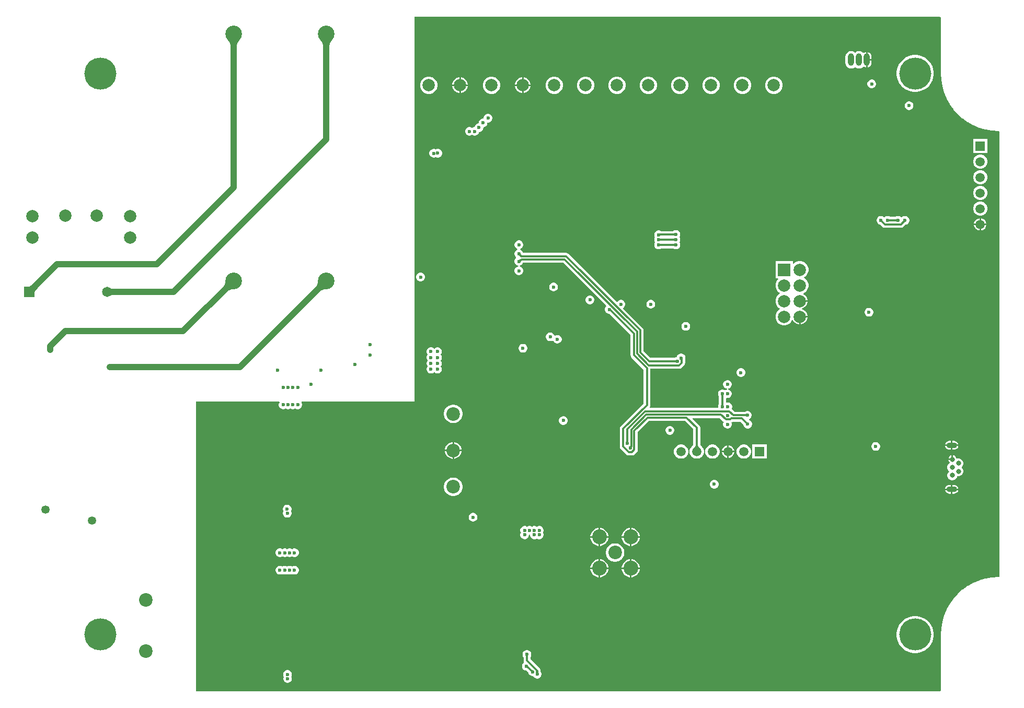
<source format=gbl>
G04*
G04 #@! TF.GenerationSoftware,Altium Limited,Altium Designer,21.8.1 (53)*
G04*
G04 Layer_Physical_Order=4*
G04 Layer_Color=16711680*
%FSLAX25Y25*%
%MOIN*%
G70*
G04*
G04 #@! TF.SameCoordinates,C8D47062-8F1F-4A6C-B0F1-C45CC90B983E*
G04*
G04*
G04 #@! TF.FilePolarity,Positive*
G04*
G01*
G75*
%ADD18C,0.01181*%
%ADD49R,0.05906X0.05906*%
%ADD131R,0.06500X0.06500*%
%ADD132C,0.06500*%
%ADD133C,0.05300*%
%ADD138C,0.03937*%
%ADD146C,0.05906*%
%ADD147C,0.07874*%
%ADD148R,0.07874X0.07874*%
%ADD149C,0.03150*%
%ADD150O,0.06693X0.03543*%
%ADD151O,0.03937X0.07874*%
%ADD152C,0.08661*%
%ADD153C,0.09449*%
%ADD154C,0.20472*%
%ADD155C,0.10630*%
%ADD156R,0.05906X0.05906*%
%ADD157C,0.02362*%
G36*
X147581Y379218D02*
X147283Y378848D01*
X147020Y378460D01*
X146792Y378053D01*
X146599Y377629D01*
X146442Y377187D01*
X146319Y376727D01*
X146232Y376250D01*
X146179Y375754D01*
X146161Y375240D01*
X142225D01*
X142207Y375754D01*
X142154Y376250D01*
X142067Y376727D01*
X141944Y377187D01*
X141787Y377629D01*
X141594Y378053D01*
X141366Y378460D01*
X141103Y378848D01*
X140805Y379218D01*
X140472Y379571D01*
X147914D01*
X147581Y379218D01*
D02*
G37*
G36*
X88525D02*
X88228Y378848D01*
X87965Y378460D01*
X87737Y378053D01*
X87544Y377629D01*
X87387Y377187D01*
X87264Y376727D01*
X87176Y376250D01*
X87124Y375754D01*
X87106Y375240D01*
X83169D01*
X83152Y375754D01*
X83099Y376250D01*
X83012Y376727D01*
X82889Y377187D01*
X82731Y377629D01*
X82539Y378053D01*
X82311Y378460D01*
X82048Y378848D01*
X81750Y379218D01*
X81417Y379571D01*
X88858D01*
X88525Y379218D01*
D02*
G37*
G36*
X-39061Y222037D02*
X-39841Y221229D01*
X-41069Y219780D01*
X-41515Y219139D01*
X-41850Y218554D01*
X-42074Y218025D01*
X-42187Y217553D01*
X-42188Y217136D01*
X-42078Y216775D01*
X-41856Y216469D01*
X-47412Y222025D01*
X-47107Y221804D01*
X-46746Y221693D01*
X-46329Y221695D01*
X-45856Y221807D01*
X-45327Y222031D01*
X-44743Y222366D01*
X-44102Y222813D01*
X-43405Y223371D01*
X-41844Y224821D01*
X-39061Y222037D01*
D02*
G37*
G36*
X144140Y220571D02*
X143655Y220557D01*
X143183Y220506D01*
X142722Y220417D01*
X142274Y220291D01*
X141838Y220128D01*
X141414Y219927D01*
X141002Y219688D01*
X140602Y219412D01*
X140215Y219099D01*
X139839Y218748D01*
X137055Y221532D01*
X137406Y221907D01*
X137719Y222295D01*
X137995Y222695D01*
X138234Y223107D01*
X138435Y223531D01*
X138598Y223967D01*
X138725Y224415D01*
X138813Y224876D01*
X138865Y225348D01*
X138878Y225833D01*
X144140Y220571D01*
D02*
G37*
G36*
X85085D02*
X84600Y220557D01*
X84128Y220506D01*
X83667Y220417D01*
X83219Y220291D01*
X82783Y220128D01*
X82359Y219927D01*
X81947Y219688D01*
X81547Y219412D01*
X81159Y219099D01*
X80784Y218748D01*
X78000Y221532D01*
X78351Y221907D01*
X78664Y222295D01*
X78940Y222695D01*
X79179Y223107D01*
X79380Y223531D01*
X79543Y223967D01*
X79669Y224415D01*
X79758Y224876D01*
X79809Y225348D01*
X79823Y225833D01*
X85085Y220571D01*
D02*
G37*
G36*
X6925Y221016D02*
X7033Y220964D01*
X7174Y220918D01*
X7347Y220878D01*
X7553Y220844D01*
X8060Y220795D01*
X8697Y220771D01*
X9064Y220768D01*
Y216831D01*
X8697Y216828D01*
X7553Y216754D01*
X7347Y216720D01*
X7174Y216681D01*
X7033Y216634D01*
X6925Y216582D01*
X6849Y216524D01*
Y221074D01*
X6925Y221016D01*
D02*
G37*
G36*
X535577Y394331D02*
X535714Y394283D01*
X535836Y394206D01*
X535938Y394104D01*
X536015Y393981D01*
X536063Y393844D01*
X536092Y393588D01*
Y358268D01*
X536103Y358212D01*
X536095Y358155D01*
X536313Y354266D01*
X536342Y354156D01*
X536339Y354042D01*
X536991Y350202D01*
X537032Y350096D01*
X537041Y349983D01*
X538120Y346240D01*
X538172Y346139D01*
X538194Y346027D01*
X539684Y342428D01*
X539748Y342334D01*
X539782Y342226D01*
X541666Y338816D01*
X541740Y338729D01*
X541786Y338626D01*
X544040Y335449D01*
X544123Y335371D01*
X544180Y335273D01*
X546776Y332368D01*
X546867Y332300D01*
X546935Y332209D01*
X549840Y329614D01*
X549938Y329556D01*
X550016Y329473D01*
X553193Y327219D01*
X553297Y327173D01*
X553383Y327099D01*
X556792Y325215D01*
X556901Y325181D01*
X556995Y325117D01*
X560594Y323627D01*
X560706Y323604D01*
X560807Y323552D01*
X564550Y322474D01*
X564663Y322465D01*
X564769Y322424D01*
X568609Y321772D01*
X568723Y321775D01*
X568833Y321746D01*
X572666Y321531D01*
X572978Y321496D01*
X573115Y321448D01*
X573238Y321371D01*
X573340Y321269D01*
X573417Y321146D01*
X573464Y321010D01*
X573493Y320753D01*
Y37514D01*
X573464Y37258D01*
X573417Y37121D01*
X573340Y36999D01*
X573238Y36896D01*
X573115Y36819D01*
X572978Y36772D01*
X572666Y36737D01*
X568833Y36521D01*
X568723Y36493D01*
X568609Y36496D01*
X564769Y35844D01*
X564663Y35803D01*
X564549Y35793D01*
X560807Y34715D01*
X560706Y34663D01*
X560594Y34641D01*
X556995Y33150D01*
X556901Y33087D01*
X556792Y33052D01*
X553383Y31168D01*
X553297Y31095D01*
X553193Y31049D01*
X550016Y28794D01*
X549938Y28712D01*
X549840Y28654D01*
X546935Y26058D01*
X546867Y25968D01*
X546776Y25899D01*
X544180Y22995D01*
X544123Y22897D01*
X544040Y22819D01*
X541786Y19642D01*
X541740Y19538D01*
X541666Y19451D01*
X539782Y16042D01*
X539748Y15934D01*
X539684Y15839D01*
X538194Y12240D01*
X538172Y12129D01*
X538120Y12028D01*
X537041Y8285D01*
X537032Y8172D01*
X536991Y8066D01*
X536339Y4225D01*
X536342Y4112D01*
X536313Y4002D01*
X536095Y112D01*
X536103Y56D01*
X536092Y0D01*
Y-35321D01*
X536063Y-35577D01*
X536015Y-35713D01*
X535938Y-35836D01*
X535836Y-35939D01*
X535714Y-36015D01*
X535577Y-36063D01*
X535320Y-36092D01*
X61238D01*
Y148668D01*
X114079D01*
X114349Y148168D01*
X114115Y147763D01*
X113927Y147062D01*
Y146337D01*
X114115Y145636D01*
X114478Y145007D01*
X114991Y144494D01*
X115620Y144131D01*
X116320Y143944D01*
X117046D01*
X117747Y144131D01*
X118233Y144412D01*
X118719Y144131D01*
X119420Y143944D01*
X120146D01*
X120847Y144131D01*
X121333Y144412D01*
X121819Y144131D01*
X122520Y143944D01*
X123246D01*
X123947Y144131D01*
X124433Y144412D01*
X124919Y144131D01*
X125620Y143944D01*
X126346D01*
X127047Y144131D01*
X127675Y144494D01*
X128189Y145007D01*
X128551Y145636D01*
X128739Y146337D01*
Y147062D01*
X128551Y147763D01*
X128318Y148168D01*
X128587Y148668D01*
X200338D01*
Y394359D01*
X535320Y394359D01*
X535577Y394331D01*
D02*
G37*
%LPC*%
G36*
X483838Y372525D02*
X482913Y372403D01*
X482051Y372046D01*
X481338Y371499D01*
X480625Y372046D01*
X479763Y372403D01*
X478838Y372525D01*
X477913Y372403D01*
X477051Y372046D01*
X476311Y371478D01*
X475743Y370738D01*
X475386Y369876D01*
X475264Y368951D01*
Y365014D01*
X475386Y364089D01*
X475743Y363227D01*
X476311Y362487D01*
X477051Y361919D01*
X477913Y361562D01*
X478838Y361440D01*
X479763Y361562D01*
X480625Y361919D01*
X481338Y362466D01*
X482051Y361919D01*
X482913Y361562D01*
X483838Y361440D01*
X484763Y361562D01*
X485625Y361919D01*
X486365Y362487D01*
X486399Y362531D01*
X487091Y362613D01*
X487341Y362421D01*
X488063Y362122D01*
X488338Y362086D01*
Y366983D01*
Y371880D01*
X488063Y371843D01*
X487341Y371544D01*
X487091Y371353D01*
X486399Y371434D01*
X486365Y371478D01*
X485625Y372046D01*
X484763Y372403D01*
X483838Y372525D01*
D02*
G37*
G36*
X489338Y371880D02*
Y367483D01*
X491832D01*
Y368951D01*
X491730Y369726D01*
X491431Y370448D01*
X490955Y371068D01*
X490335Y371544D01*
X489613Y371843D01*
X489338Y371880D01*
D02*
G37*
G36*
X491832Y366483D02*
X489338D01*
Y362086D01*
X489613Y362122D01*
X490335Y362421D01*
X490955Y362897D01*
X491431Y363517D01*
X491730Y364239D01*
X491832Y365014D01*
Y366483D01*
D02*
G37*
G36*
X230175Y355656D02*
X230025D01*
Y351219D01*
X234462D01*
Y351369D01*
X234125Y352625D01*
X233475Y353751D01*
X232556Y354670D01*
X231430Y355320D01*
X230175Y355656D01*
D02*
G37*
G36*
X229025D02*
X228875D01*
X227619Y355320D01*
X226493Y354670D01*
X225574Y353751D01*
X224924Y352625D01*
X224588Y351369D01*
Y351219D01*
X229025D01*
Y355656D01*
D02*
G37*
G36*
X270175Y355655D02*
X270025D01*
Y351218D01*
X274462D01*
Y351368D01*
X274125Y352623D01*
X273475Y353749D01*
X272556Y354668D01*
X271430Y355318D01*
X270175Y355655D01*
D02*
G37*
G36*
X269025D02*
X268875D01*
X267619Y355318D01*
X266493Y354668D01*
X265574Y353749D01*
X264924Y352623D01*
X264588Y351368D01*
Y351218D01*
X269025D01*
Y355655D01*
D02*
G37*
G36*
X492363Y354356D02*
X491637D01*
X490936Y354168D01*
X490308Y353805D01*
X489795Y353292D01*
X489432Y352664D01*
X489244Y351963D01*
Y351237D01*
X489432Y350536D01*
X489795Y349908D01*
X490308Y349395D01*
X490936Y349032D01*
X491637Y348844D01*
X492363D01*
X493064Y349032D01*
X493692Y349395D01*
X494205Y349908D01*
X494568Y350536D01*
X494756Y351237D01*
Y351963D01*
X494568Y352664D01*
X494205Y353292D01*
X493692Y353805D01*
X493064Y354168D01*
X492363Y354356D01*
D02*
G37*
G36*
X520614Y370079D02*
X518755D01*
X516919Y369788D01*
X515151Y369213D01*
X513495Y368369D01*
X511991Y367277D01*
X510676Y365962D01*
X509583Y364458D01*
X508739Y362802D01*
X508165Y361033D01*
X507874Y359197D01*
Y357338D01*
X508165Y355502D01*
X508739Y353734D01*
X509583Y352077D01*
X510676Y350573D01*
X511991Y349259D01*
X513495Y348166D01*
X515151Y347322D01*
X516919Y346747D01*
X518755Y346457D01*
X520614D01*
X522451Y346747D01*
X524219Y347322D01*
X525875Y348166D01*
X527379Y349259D01*
X528694Y350573D01*
X529787Y352077D01*
X530631Y353734D01*
X531205Y355502D01*
X531496Y357338D01*
Y359197D01*
X531205Y361033D01*
X530631Y362802D01*
X529787Y364458D01*
X528694Y365962D01*
X527379Y367277D01*
X525875Y368369D01*
X524219Y369213D01*
X522451Y369788D01*
X520614Y370079D01*
D02*
G37*
G36*
X234462Y350219D02*
X230025D01*
Y345782D01*
X230175D01*
X231430Y346119D01*
X232556Y346769D01*
X233475Y347688D01*
X234125Y348814D01*
X234462Y350069D01*
Y350219D01*
D02*
G37*
G36*
X229025D02*
X224588D01*
Y350069D01*
X224924Y348814D01*
X225574Y347688D01*
X226493Y346769D01*
X227619Y346119D01*
X228875Y345782D01*
X229025D01*
Y350219D01*
D02*
G37*
G36*
X274462Y350218D02*
X270025D01*
Y345781D01*
X270175D01*
X271430Y346117D01*
X272556Y346767D01*
X273475Y347686D01*
X274125Y348812D01*
X274462Y350068D01*
Y350218D01*
D02*
G37*
G36*
X269025D02*
X264588D01*
Y350068D01*
X264924Y348812D01*
X265574Y347686D01*
X266493Y346767D01*
X267619Y346117D01*
X268875Y345781D01*
X269025D01*
Y350218D01*
D02*
G37*
G36*
X210250Y356231D02*
X208799D01*
X207397Y355856D01*
X206140Y355130D01*
X205114Y354104D01*
X204389Y352847D01*
X204013Y351445D01*
Y349994D01*
X204389Y348592D01*
X205114Y347335D01*
X206140Y346309D01*
X207397Y345583D01*
X208799Y345208D01*
X210250D01*
X211652Y345583D01*
X212909Y346309D01*
X213935Y347335D01*
X214661Y348592D01*
X215037Y349994D01*
Y351445D01*
X214661Y352847D01*
X213935Y354104D01*
X212909Y355130D01*
X211652Y355856D01*
X210250Y356231D01*
D02*
G37*
G36*
X430276Y356229D02*
X428824D01*
X427423Y355854D01*
X426166Y355128D01*
X425140Y354102D01*
X424414Y352845D01*
X424038Y351443D01*
Y349992D01*
X424414Y348590D01*
X425140Y347333D01*
X426166Y346307D01*
X427423Y345581D01*
X428824Y345206D01*
X430276D01*
X431677Y345581D01*
X432934Y346307D01*
X433960Y347333D01*
X434686Y348590D01*
X435062Y349992D01*
Y351443D01*
X434686Y352845D01*
X433960Y354102D01*
X432934Y355128D01*
X431677Y355854D01*
X430276Y356229D01*
D02*
G37*
G36*
X410276D02*
X408824D01*
X407422Y355854D01*
X406166Y355128D01*
X405139Y354102D01*
X404414Y352845D01*
X404038Y351443D01*
Y349992D01*
X404414Y348590D01*
X405139Y347333D01*
X406166Y346307D01*
X407422Y345581D01*
X408824Y345206D01*
X410276D01*
X411678Y345581D01*
X412934Y346307D01*
X413961Y347333D01*
X414686Y348590D01*
X415062Y349992D01*
Y351443D01*
X414686Y352845D01*
X413961Y354102D01*
X412934Y355128D01*
X411678Y355854D01*
X410276Y356229D01*
D02*
G37*
G36*
X390266D02*
X388815D01*
X387413Y355854D01*
X386156Y355128D01*
X385130Y354102D01*
X384404Y352845D01*
X384028Y351443D01*
Y349992D01*
X384404Y348590D01*
X385130Y347333D01*
X386156Y346307D01*
X387413Y345581D01*
X388815Y345206D01*
X390266D01*
X391668Y345581D01*
X392924Y346307D01*
X393951Y347333D01*
X394676Y348590D01*
X395052Y349992D01*
Y351443D01*
X394676Y352845D01*
X393951Y354102D01*
X392924Y355128D01*
X391668Y355854D01*
X390266Y356229D01*
D02*
G37*
G36*
X370266D02*
X368815D01*
X367413Y355854D01*
X366156Y355128D01*
X365130Y354102D01*
X364404Y352845D01*
X364028Y351443D01*
Y349992D01*
X364404Y348590D01*
X365130Y347333D01*
X366156Y346307D01*
X367413Y345581D01*
X368815Y345206D01*
X370266D01*
X371668Y345581D01*
X372924Y346307D01*
X373951Y347333D01*
X374676Y348590D01*
X375052Y349992D01*
Y351443D01*
X374676Y352845D01*
X373951Y354102D01*
X372924Y355128D01*
X371668Y355854D01*
X370266Y356229D01*
D02*
G37*
G36*
X350256D02*
X348805D01*
X347403Y355854D01*
X346146Y355128D01*
X345120Y354102D01*
X344394Y352845D01*
X344019Y351443D01*
Y349992D01*
X344394Y348590D01*
X345120Y347333D01*
X346146Y346307D01*
X347403Y345581D01*
X348805Y345206D01*
X350256D01*
X351658Y345581D01*
X352915Y346307D01*
X353941Y347333D01*
X354667Y348590D01*
X355042Y349992D01*
Y351443D01*
X354667Y352845D01*
X353941Y354102D01*
X352915Y355128D01*
X351658Y355854D01*
X350256Y356229D01*
D02*
G37*
G36*
X330256D02*
X328805D01*
X327403Y355854D01*
X326146Y355128D01*
X325120Y354102D01*
X324394Y352845D01*
X324019Y351443D01*
Y349992D01*
X324394Y348590D01*
X325120Y347333D01*
X326146Y346307D01*
X327403Y345581D01*
X328805Y345206D01*
X330256D01*
X331658Y345581D01*
X332915Y346307D01*
X333941Y347333D01*
X334667Y348590D01*
X335042Y349992D01*
Y351443D01*
X334667Y352845D01*
X333941Y354102D01*
X332915Y355128D01*
X331658Y355854D01*
X330256Y356229D01*
D02*
G37*
G36*
X310250D02*
X308799D01*
X307397Y355854D01*
X306140Y355128D01*
X305114Y354102D01*
X304389Y352845D01*
X304013Y351443D01*
Y349992D01*
X304389Y348590D01*
X305114Y347333D01*
X306140Y346307D01*
X307397Y345581D01*
X308799Y345206D01*
X310250D01*
X311652Y345581D01*
X312909Y346307D01*
X313935Y347333D01*
X314661Y348590D01*
X315037Y349992D01*
Y351443D01*
X314661Y352845D01*
X313935Y354102D01*
X312909Y355128D01*
X311652Y355854D01*
X310250Y356229D01*
D02*
G37*
G36*
X290250D02*
X288799D01*
X287397Y355854D01*
X286140Y355128D01*
X285114Y354102D01*
X284389Y352845D01*
X284013Y351443D01*
Y349992D01*
X284389Y348590D01*
X285114Y347333D01*
X286140Y346307D01*
X287397Y345581D01*
X288799Y345206D01*
X290250D01*
X291652Y345581D01*
X292909Y346307D01*
X293935Y347333D01*
X294661Y348590D01*
X295037Y349992D01*
Y351443D01*
X294661Y352845D01*
X293935Y354102D01*
X292909Y355128D01*
X291652Y355854D01*
X290250Y356229D01*
D02*
G37*
G36*
X250250D02*
X248799D01*
X247397Y355854D01*
X246141Y355128D01*
X245114Y354102D01*
X244389Y352845D01*
X244013Y351443D01*
Y349992D01*
X244389Y348590D01*
X245114Y347333D01*
X246141Y346307D01*
X247397Y345581D01*
X248799Y345206D01*
X250250D01*
X251652Y345581D01*
X252909Y346307D01*
X253935Y347333D01*
X254661Y348590D01*
X255037Y349992D01*
Y351443D01*
X254661Y352845D01*
X253935Y354102D01*
X252909Y355128D01*
X251652Y355854D01*
X250250Y356229D01*
D02*
G37*
G36*
X516189Y340467D02*
X515463D01*
X514762Y340280D01*
X514134Y339917D01*
X513621Y339404D01*
X513258Y338775D01*
X513070Y338074D01*
Y337349D01*
X513258Y336648D01*
X513621Y336019D01*
X514134Y335506D01*
X514762Y335143D01*
X515463Y334956D01*
X516189D01*
X516890Y335143D01*
X517518Y335506D01*
X518031Y336019D01*
X518394Y336648D01*
X518582Y337349D01*
Y338074D01*
X518394Y338775D01*
X518031Y339404D01*
X517518Y339917D01*
X516890Y340280D01*
X516189Y340467D01*
D02*
G37*
G36*
X247663Y332456D02*
X246937D01*
X246236Y332268D01*
X245608Y331905D01*
X245095Y331392D01*
X244732Y330764D01*
X244544Y330063D01*
Y329444D01*
X244524Y329429D01*
X243798D01*
X243097Y329241D01*
X242469Y328878D01*
X241956Y328365D01*
X241593Y327736D01*
X241405Y327036D01*
Y326456D01*
X241237D01*
X240536Y326268D01*
X239908Y325905D01*
X239395Y325392D01*
X239032Y324764D01*
X238845Y324065D01*
X238435D01*
X237734Y323877D01*
X237167Y323550D01*
X236600Y323877D01*
X235899Y324065D01*
X235173D01*
X234472Y323877D01*
X233844Y323515D01*
X233331Y323001D01*
X232968Y322373D01*
X232780Y321672D01*
Y320946D01*
X232968Y320246D01*
X233331Y319617D01*
X233844Y319104D01*
X234472Y318741D01*
X235173Y318553D01*
X235899D01*
X236600Y318741D01*
X237167Y319069D01*
X237734Y318741D01*
X238435Y318553D01*
X239160D01*
X239861Y318741D01*
X240490Y319104D01*
X241003Y319617D01*
X241366Y320246D01*
X241553Y320944D01*
X241963D01*
X242664Y321132D01*
X243292Y321495D01*
X243805Y322008D01*
X244168Y322636D01*
X244356Y323337D01*
Y323917D01*
X244524D01*
X245225Y324105D01*
X245853Y324467D01*
X246366Y324981D01*
X246729Y325609D01*
X246917Y326310D01*
Y326929D01*
X246937Y326944D01*
X247663D01*
X248364Y327132D01*
X248992Y327495D01*
X249505Y328008D01*
X249868Y328636D01*
X250056Y329337D01*
Y330063D01*
X249868Y330764D01*
X249505Y331392D01*
X248992Y331905D01*
X248364Y332268D01*
X247663Y332456D01*
D02*
G37*
G36*
X215644Y310073D02*
X214918D01*
X214217Y309886D01*
X213975Y309746D01*
X213764Y309868D01*
X213063Y310056D01*
X212337D01*
X211636Y309868D01*
X211008Y309505D01*
X210495Y308992D01*
X210132Y308364D01*
X209944Y307663D01*
Y306937D01*
X210132Y306236D01*
X210495Y305608D01*
X211008Y305095D01*
X211636Y304732D01*
X212337Y304544D01*
X213063D01*
X213764Y304732D01*
X214005Y304872D01*
X214217Y304749D01*
X214918Y304561D01*
X215644D01*
X216344Y304749D01*
X216973Y305112D01*
X217486Y305625D01*
X217849Y306254D01*
X218037Y306955D01*
Y307680D01*
X217849Y308381D01*
X217486Y309010D01*
X216973Y309523D01*
X216344Y309886D01*
X215644Y310073D01*
D02*
G37*
G36*
X565765Y316477D02*
X556710D01*
Y307422D01*
X565765D01*
Y316477D01*
D02*
G37*
G36*
X561834Y306477D02*
X560642D01*
X559490Y306169D01*
X558458Y305573D01*
X557615Y304730D01*
X557019Y303697D01*
X556710Y302546D01*
Y301354D01*
X557019Y300202D01*
X557615Y299170D01*
X558458Y298327D01*
X559490Y297731D01*
X560642Y297422D01*
X561834D01*
X562985Y297731D01*
X564018Y298327D01*
X564861Y299170D01*
X565457Y300202D01*
X565765Y301354D01*
Y302546D01*
X565457Y303697D01*
X564861Y304730D01*
X564018Y305573D01*
X562985Y306169D01*
X561834Y306477D01*
D02*
G37*
G36*
Y296477D02*
X560642D01*
X559490Y296169D01*
X558458Y295572D01*
X557615Y294730D01*
X557019Y293697D01*
X556710Y292546D01*
Y291354D01*
X557019Y290202D01*
X557615Y289170D01*
X558458Y288327D01*
X559490Y287731D01*
X560642Y287422D01*
X561834D01*
X562985Y287731D01*
X564018Y288327D01*
X564861Y289170D01*
X565457Y290202D01*
X565765Y291354D01*
Y292546D01*
X565457Y293697D01*
X564861Y294730D01*
X564018Y295572D01*
X562985Y296169D01*
X561834Y296477D01*
D02*
G37*
G36*
Y286477D02*
X560642D01*
X559490Y286169D01*
X558458Y285573D01*
X557615Y284730D01*
X557019Y283697D01*
X556710Y282546D01*
Y281353D01*
X557019Y280202D01*
X557615Y279170D01*
X558458Y278327D01*
X559490Y277731D01*
X560642Y277422D01*
X561834D01*
X562985Y277731D01*
X564018Y278327D01*
X564861Y279170D01*
X565457Y280202D01*
X565765Y281353D01*
Y282546D01*
X565457Y283697D01*
X564861Y284730D01*
X564018Y285573D01*
X562985Y286169D01*
X561834Y286477D01*
D02*
G37*
G36*
Y276477D02*
X560642D01*
X559490Y276169D01*
X558458Y275572D01*
X557615Y274730D01*
X557019Y273697D01*
X556710Y272546D01*
Y271354D01*
X557019Y270202D01*
X557615Y269170D01*
X558458Y268327D01*
X559490Y267731D01*
X560642Y267422D01*
X561834D01*
X562985Y267731D01*
X564018Y268327D01*
X564861Y269170D01*
X565457Y270202D01*
X565765Y271354D01*
Y272546D01*
X565457Y273697D01*
X564861Y274730D01*
X564018Y275572D01*
X562985Y276169D01*
X561834Y276477D01*
D02*
G37*
G36*
X513610Y267206D02*
X512885D01*
X512184Y267018D01*
X511555Y266655D01*
X511071Y266170D01*
X510586Y266655D01*
X509958Y267018D01*
X509257Y267206D01*
X508531D01*
X507830Y267018D01*
X507206Y266657D01*
X503726D01*
X503102Y267018D01*
X502401Y267206D01*
X501675D01*
X500974Y267018D01*
X500346Y266655D01*
X499964Y266273D01*
X499582Y266655D01*
X498954Y267018D01*
X498253Y267206D01*
X497527D01*
X496827Y267018D01*
X496198Y266655D01*
X495685Y266142D01*
X495322Y265513D01*
X495134Y264812D01*
Y264087D01*
X495322Y263386D01*
X495685Y262757D01*
X496198Y262244D01*
X496827Y261881D01*
X497523Y261695D01*
X498888Y260329D01*
X499604Y259851D01*
X500449Y259683D01*
X510688D01*
X511533Y259851D01*
X512250Y260329D01*
X513615Y261695D01*
X514311Y261881D01*
X514939Y262244D01*
X515453Y262757D01*
X515815Y263386D01*
X516003Y264087D01*
Y264812D01*
X515815Y265513D01*
X515453Y266142D01*
X514939Y266655D01*
X514311Y267018D01*
X513610Y267206D01*
D02*
G37*
G36*
X561758Y265902D02*
X561738D01*
Y262450D01*
X565191D01*
Y262470D01*
X564921Y263475D01*
X564401Y264377D01*
X563665Y265113D01*
X562764Y265633D01*
X561758Y265902D01*
D02*
G37*
G36*
X560738D02*
X560717D01*
X559712Y265633D01*
X558811Y265113D01*
X558075Y264377D01*
X557554Y263475D01*
X557285Y262470D01*
Y262450D01*
X560738D01*
Y265902D01*
D02*
G37*
G36*
X565191Y261450D02*
X561738D01*
Y257997D01*
X561758D01*
X562764Y258266D01*
X563665Y258787D01*
X564401Y259523D01*
X564921Y260424D01*
X565191Y261429D01*
Y261450D01*
D02*
G37*
G36*
X560738D02*
X557285D01*
Y261429D01*
X557554Y260424D01*
X558075Y259523D01*
X558811Y258787D01*
X559712Y258266D01*
X560717Y257997D01*
X560738D01*
Y261450D01*
D02*
G37*
G36*
X367551Y258200D02*
X366826D01*
X366125Y258012D01*
X365496Y257649D01*
X365402Y257554D01*
X357641D01*
X357185Y257818D01*
X356484Y258005D01*
X355758D01*
X355057Y257818D01*
X354429Y257455D01*
X353916Y256942D01*
X353553Y256313D01*
X353365Y255612D01*
Y254887D01*
X353553Y254186D01*
X353848Y253675D01*
X353553Y253164D01*
X353365Y252463D01*
Y251737D01*
X353553Y251036D01*
X353877Y250475D01*
X353553Y249913D01*
X353365Y249212D01*
Y248487D01*
X353553Y247786D01*
X353916Y247157D01*
X354429Y246644D01*
X355057Y246282D01*
X355758Y246094D01*
X356484D01*
X357185Y246282D01*
X357809Y246642D01*
X365501D01*
X366125Y246282D01*
X366826Y246094D01*
X367551D01*
X368252Y246282D01*
X368881Y246644D01*
X369394Y247157D01*
X369757Y247786D01*
X369945Y248487D01*
Y249212D01*
X369757Y249913D01*
X369432Y250475D01*
X369757Y251036D01*
X369945Y251737D01*
Y252463D01*
X369757Y253164D01*
X369406Y253772D01*
X369757Y254380D01*
X369945Y255081D01*
Y255806D01*
X369757Y256507D01*
X369394Y257136D01*
X368881Y257649D01*
X368252Y258012D01*
X367551Y258200D01*
D02*
G37*
G36*
X446864Y238461D02*
X445412D01*
X444010Y238086D01*
X442754Y237360D01*
X442150Y236756D01*
X441650Y236963D01*
Y238461D01*
X430626D01*
Y227438D01*
X432124D01*
X432331Y226938D01*
X431727Y226334D01*
X431002Y225077D01*
X430626Y223675D01*
Y222224D01*
X431002Y220822D01*
X431727Y219565D01*
X432754Y218539D01*
X433342Y218199D01*
Y217700D01*
X432754Y217360D01*
X431727Y216334D01*
X431002Y215077D01*
X430626Y213675D01*
Y212224D01*
X431002Y210822D01*
X431727Y209565D01*
X432754Y208539D01*
X433342Y208200D01*
Y207699D01*
X432754Y207360D01*
X431727Y206334D01*
X431002Y205077D01*
X430626Y203675D01*
Y202224D01*
X431002Y200822D01*
X431727Y199565D01*
X432754Y198539D01*
X434010Y197813D01*
X435412Y197438D01*
X436864D01*
X438265Y197813D01*
X439522Y198539D01*
X440548Y199565D01*
X441181Y200661D01*
X441651Y200709D01*
X441747Y200680D01*
X442187Y199918D01*
X443107Y198999D01*
X444232Y198349D01*
X445488Y198012D01*
X445638D01*
Y202950D01*
X446138D01*
Y203450D01*
X451075D01*
Y203600D01*
X450738Y204855D01*
X450089Y205981D01*
X449169Y206900D01*
X448043Y207550D01*
X447519Y207691D01*
Y208208D01*
X448043Y208349D01*
X449169Y208999D01*
X450089Y209918D01*
X450738Y211044D01*
X451075Y212299D01*
Y212450D01*
X446138D01*
Y213450D01*
X451075D01*
Y213599D01*
X450738Y214855D01*
X450089Y215981D01*
X449169Y216900D01*
X448407Y217340D01*
X448378Y217437D01*
X448426Y217906D01*
X449522Y218539D01*
X450548Y219565D01*
X451274Y220822D01*
X451650Y222224D01*
Y223675D01*
X451274Y225077D01*
X450548Y226334D01*
X449522Y227360D01*
X448934Y227699D01*
Y228200D01*
X449522Y228539D01*
X450548Y229565D01*
X451274Y230822D01*
X451650Y232224D01*
Y233675D01*
X451274Y235077D01*
X450548Y236334D01*
X449522Y237360D01*
X448265Y238086D01*
X446864Y238461D01*
D02*
G37*
G36*
X204663Y231056D02*
X203937D01*
X203236Y230868D01*
X202608Y230505D01*
X202095Y229992D01*
X201732Y229364D01*
X201544Y228663D01*
Y227937D01*
X201732Y227236D01*
X202095Y226608D01*
X202608Y226095D01*
X203236Y225732D01*
X203937Y225544D01*
X204663D01*
X205364Y225732D01*
X205992Y226095D01*
X206505Y226608D01*
X206868Y227236D01*
X207056Y227937D01*
Y228663D01*
X206868Y229364D01*
X206505Y229992D01*
X205992Y230505D01*
X205364Y230868D01*
X204663Y231056D01*
D02*
G37*
G36*
X289463Y224656D02*
X288737D01*
X288036Y224468D01*
X287408Y224105D01*
X286895Y223592D01*
X286532Y222964D01*
X286344Y222263D01*
Y221537D01*
X286532Y220836D01*
X286895Y220208D01*
X287408Y219695D01*
X288036Y219332D01*
X288737Y219144D01*
X289463D01*
X290164Y219332D01*
X290792Y219695D01*
X291305Y220208D01*
X291668Y220836D01*
X291856Y221537D01*
Y222263D01*
X291668Y222964D01*
X291305Y223592D01*
X290792Y224105D01*
X290164Y224468D01*
X289463Y224656D01*
D02*
G37*
G36*
X312663Y216442D02*
X311937D01*
X311236Y216255D01*
X310608Y215892D01*
X310095Y215379D01*
X309732Y214750D01*
X309544Y214049D01*
Y213324D01*
X309732Y212623D01*
X310095Y211994D01*
X310608Y211481D01*
X311236Y211119D01*
X311937Y210931D01*
X312663D01*
X313364Y211119D01*
X313992Y211481D01*
X314505Y211994D01*
X314868Y212623D01*
X315056Y213324D01*
Y214049D01*
X314868Y214750D01*
X314505Y215379D01*
X313992Y215892D01*
X313364Y216255D01*
X312663Y216442D01*
D02*
G37*
G36*
X351517Y213705D02*
X350792D01*
X350091Y213518D01*
X349462Y213155D01*
X348949Y212642D01*
X348586Y212013D01*
X348398Y211312D01*
Y210587D01*
X348586Y209886D01*
X348949Y209257D01*
X349462Y208744D01*
X350091Y208382D01*
X350792Y208194D01*
X351517D01*
X352218Y208382D01*
X352847Y208744D01*
X353360Y209257D01*
X353723Y209886D01*
X353910Y210587D01*
Y211312D01*
X353723Y212013D01*
X353360Y212642D01*
X352847Y213155D01*
X352218Y213518D01*
X351517Y213705D01*
D02*
G37*
G36*
X490601Y208605D02*
X489875D01*
X489175Y208417D01*
X488546Y208054D01*
X488033Y207541D01*
X487670Y206913D01*
X487482Y206212D01*
Y205486D01*
X487670Y204785D01*
X488033Y204157D01*
X488546Y203644D01*
X489175Y203281D01*
X489875Y203093D01*
X490601D01*
X491302Y203281D01*
X491930Y203644D01*
X492444Y204157D01*
X492806Y204785D01*
X492994Y205486D01*
Y206212D01*
X492806Y206913D01*
X492444Y207541D01*
X491930Y208054D01*
X491302Y208417D01*
X490601Y208605D01*
D02*
G37*
G36*
X451075Y202449D02*
X446638D01*
Y198012D01*
X446788D01*
X448043Y198349D01*
X449169Y198999D01*
X450089Y199918D01*
X450738Y201044D01*
X451075Y202299D01*
Y202449D01*
D02*
G37*
G36*
X373801Y199606D02*
X373075D01*
X372374Y199418D01*
X371746Y199055D01*
X371233Y198542D01*
X370870Y197913D01*
X370682Y197212D01*
Y196487D01*
X370870Y195786D01*
X371233Y195157D01*
X371746Y194644D01*
X372374Y194281D01*
X373075Y194094D01*
X373801D01*
X374502Y194281D01*
X375130Y194644D01*
X375643Y195157D01*
X376006Y195786D01*
X376194Y196487D01*
Y197212D01*
X376006Y197913D01*
X375643Y198542D01*
X375130Y199055D01*
X374502Y199418D01*
X373801Y199606D01*
D02*
G37*
G36*
X287363Y192856D02*
X286637D01*
X285936Y192668D01*
X285308Y192305D01*
X284795Y191792D01*
X284432Y191164D01*
X284244Y190463D01*
Y189737D01*
X284432Y189036D01*
X284795Y188408D01*
X285308Y187895D01*
X285936Y187532D01*
X286637Y187344D01*
X287363D01*
X288064Y187532D01*
X288389Y187720D01*
X288967Y187495D01*
X288970Y187486D01*
X289333Y186857D01*
X289846Y186344D01*
X290474Y185982D01*
X291175Y185794D01*
X291901D01*
X292602Y185982D01*
X293230Y186344D01*
X293743Y186857D01*
X294106Y187486D01*
X294294Y188187D01*
Y188912D01*
X294106Y189613D01*
X293743Y190242D01*
X293230Y190755D01*
X292602Y191118D01*
X291901Y191305D01*
X291175D01*
X290474Y191118D01*
X290148Y190930D01*
X289570Y191155D01*
X289568Y191164D01*
X289205Y191792D01*
X288692Y192305D01*
X288064Y192668D01*
X287363Y192856D01*
D02*
G37*
G36*
X215417Y183445D02*
X214692D01*
X213991Y183257D01*
X213362Y182894D01*
X213000Y182532D01*
X212638Y182894D01*
X212009Y183257D01*
X211308Y183445D01*
X210583D01*
X209882Y183257D01*
X209253Y182894D01*
X208740Y182381D01*
X208377Y181753D01*
X208190Y181052D01*
Y180326D01*
X208377Y179625D01*
X208740Y178997D01*
X208911Y178826D01*
X208740Y178655D01*
X208377Y178027D01*
X208190Y177326D01*
Y176600D01*
X208377Y175899D01*
X208740Y175271D01*
X208911Y175100D01*
X208740Y174929D01*
X208377Y174301D01*
X208190Y173600D01*
Y172874D01*
X208377Y172173D01*
X208740Y171545D01*
X208911Y171374D01*
X208740Y171203D01*
X208377Y170575D01*
X208190Y169874D01*
Y169148D01*
X208377Y168447D01*
X208740Y167819D01*
X209253Y167306D01*
X209882Y166943D01*
X210583Y166755D01*
X211308D01*
X212009Y166943D01*
X212638Y167306D01*
X213000Y167668D01*
X213362Y167306D01*
X213991Y166943D01*
X214692Y166755D01*
X215417D01*
X216118Y166943D01*
X216747Y167306D01*
X217260Y167819D01*
X217623Y168447D01*
X217811Y169148D01*
Y169874D01*
X217623Y170575D01*
X217260Y171203D01*
X217089Y171374D01*
X217260Y171545D01*
X217623Y172173D01*
X217811Y172874D01*
Y173600D01*
X217623Y174301D01*
X217260Y174929D01*
X217089Y175100D01*
X217260Y175271D01*
X217623Y175899D01*
X217811Y176600D01*
Y177326D01*
X217623Y178027D01*
X217260Y178655D01*
X217089Y178826D01*
X217260Y178997D01*
X217623Y179625D01*
X217811Y180326D01*
Y181052D01*
X217623Y181753D01*
X217260Y182381D01*
X216747Y182894D01*
X216118Y183257D01*
X215417Y183445D01*
D02*
G37*
G36*
X269963Y185556D02*
X269237D01*
X268536Y185368D01*
X267908Y185005D01*
X267395Y184492D01*
X267032Y183864D01*
X266844Y183163D01*
Y182437D01*
X267032Y181736D01*
X267395Y181108D01*
X267908Y180595D01*
X268536Y180232D01*
X269237Y180044D01*
X269963D01*
X270664Y180232D01*
X271292Y180595D01*
X271805Y181108D01*
X272168Y181736D01*
X272356Y182437D01*
Y183163D01*
X272168Y183864D01*
X271805Y184492D01*
X271292Y185005D01*
X270664Y185368D01*
X269963Y185556D01*
D02*
G37*
G36*
X408963Y170056D02*
X408237D01*
X407536Y169868D01*
X406908Y169505D01*
X406395Y168992D01*
X406032Y168364D01*
X405844Y167663D01*
Y166937D01*
X406032Y166236D01*
X406395Y165608D01*
X406908Y165095D01*
X407536Y164732D01*
X408237Y164544D01*
X408963D01*
X409664Y164732D01*
X410292Y165095D01*
X410805Y165608D01*
X411168Y166236D01*
X411356Y166937D01*
Y167663D01*
X411168Y168364D01*
X410805Y168992D01*
X410292Y169505D01*
X409664Y169868D01*
X408963Y170056D01*
D02*
G37*
G36*
X267363Y251661D02*
X266637D01*
X265936Y251474D01*
X265308Y251111D01*
X264795Y250598D01*
X264432Y249969D01*
X264244Y249268D01*
Y248543D01*
X264432Y247842D01*
X264795Y247213D01*
X265308Y246700D01*
X265936Y246337D01*
X266219Y246262D01*
Y245744D01*
X265936Y245668D01*
X265308Y245305D01*
X264795Y244792D01*
X264432Y244164D01*
X264244Y243463D01*
Y242737D01*
X264432Y242036D01*
X264795Y241408D01*
X265189Y241014D01*
X265262Y240700D01*
X265189Y240386D01*
X264795Y239992D01*
X264432Y239364D01*
X264244Y238663D01*
Y237937D01*
X264432Y237236D01*
X264795Y236608D01*
X265308Y236095D01*
X265936Y235732D01*
X266637Y235544D01*
Y235056D01*
X265936Y234868D01*
X265308Y234505D01*
X264795Y233992D01*
X264432Y233364D01*
X264244Y232663D01*
Y231937D01*
X264432Y231236D01*
X264795Y230608D01*
X265308Y230095D01*
X265936Y229732D01*
X266637Y229544D01*
X267363D01*
X268064Y229732D01*
X268692Y230095D01*
X269205Y230608D01*
X269568Y231236D01*
X269756Y231937D01*
Y232663D01*
X269568Y233364D01*
X269205Y233992D01*
X268692Y234505D01*
X268064Y234868D01*
X267363Y235056D01*
Y235544D01*
X268064Y235732D01*
X268692Y236095D01*
X269205Y236608D01*
X269568Y237236D01*
X269618Y237424D01*
X295353D01*
X322943Y209833D01*
X322438Y209328D01*
X322075Y208700D01*
X321887Y207999D01*
Y207274D01*
X322075Y206573D01*
X322438Y205944D01*
X322951Y205431D01*
X323580Y205068D01*
X324281Y204880D01*
X324697D01*
X338194Y191383D01*
Y178514D01*
X338363Y177669D01*
X338841Y176953D01*
X346492Y169302D01*
Y147510D01*
X331964Y132982D01*
X331486Y132266D01*
X331317Y131421D01*
Y120058D01*
X331486Y119213D01*
X331964Y118497D01*
X334883Y115578D01*
X334883Y115578D01*
X335432Y115029D01*
X336148Y114551D01*
X336993Y114383D01*
X339113D01*
X339958Y114551D01*
X340674Y115029D01*
X342173Y116528D01*
X342652Y117245D01*
X342820Y118090D01*
Y129241D01*
X349912Y136334D01*
X372986D01*
X378230Y131089D01*
Y121458D01*
X378228Y121446D01*
X378204Y121369D01*
X378158Y121260D01*
X378086Y121123D01*
X377983Y120959D01*
X377861Y120790D01*
X377467Y120330D01*
X377224Y120082D01*
X377143Y119957D01*
X376815Y119630D01*
X376219Y118597D01*
X375910Y117446D01*
Y116253D01*
X376219Y115102D01*
X376815Y114070D01*
X377658Y113227D01*
X378690Y112631D01*
X379842Y112322D01*
X381034D01*
X382185Y112631D01*
X383218Y113227D01*
X384061Y114070D01*
X384657Y115102D01*
X384965Y116253D01*
Y117446D01*
X384657Y118597D01*
X384061Y119630D01*
X383745Y119945D01*
X383675Y120058D01*
X383183Y120581D01*
X383027Y120773D01*
X382892Y120959D01*
X382790Y121123D01*
X382718Y121260D01*
X382672Y121369D01*
X382648Y121446D01*
X382646Y121458D01*
Y132004D01*
X382478Y132849D01*
X381999Y133565D01*
X377724Y137841D01*
X377915Y138303D01*
X394902D01*
X397405Y135800D01*
X397629Y135650D01*
X397458Y135354D01*
X397270Y134653D01*
Y133927D01*
X397458Y133226D01*
X397821Y132598D01*
X398334Y132085D01*
X398962Y131722D01*
X399663Y131534D01*
X400389D01*
X401090Y131722D01*
X401718Y132085D01*
X402231Y132598D01*
X402594Y133226D01*
X402782Y133927D01*
Y134653D01*
X402601Y135326D01*
X403310Y135800D01*
X403354Y135843D01*
X408322D01*
X410183Y133982D01*
X410370Y133286D01*
X410733Y132657D01*
X411246Y132144D01*
X411874Y131781D01*
X412575Y131594D01*
X413301D01*
X414002Y131781D01*
X414630Y132144D01*
X415143Y132657D01*
X415506Y133286D01*
X415694Y133987D01*
Y134712D01*
X415506Y135413D01*
X415143Y136042D01*
X414630Y136555D01*
X414002Y136918D01*
X413837Y136962D01*
X413773Y137259D01*
X413799Y137490D01*
X414360Y137814D01*
X414873Y138327D01*
X415236Y138956D01*
X415424Y139656D01*
Y140382D01*
X415236Y141083D01*
X414873Y141711D01*
X414360Y142225D01*
X413732Y142587D01*
X413031Y142775D01*
X412305D01*
X411604Y142587D01*
X410980Y142227D01*
X404620D01*
X402807Y144040D01*
X402621Y144165D01*
X402806Y144486D01*
X402994Y145187D01*
Y145912D01*
X402806Y146613D01*
X402443Y147242D01*
X401930Y147755D01*
X401302Y148118D01*
X400601Y148305D01*
X399875D01*
X399498Y148204D01*
X398998Y148565D01*
Y150745D01*
X399395Y151050D01*
X399663Y150978D01*
X400389D01*
X401090Y151166D01*
X401718Y151529D01*
X402231Y152042D01*
X402594Y152670D01*
X402782Y153371D01*
Y154097D01*
X402594Y154797D01*
X402231Y155426D01*
X401718Y155939D01*
X401090Y156302D01*
X400389Y156490D01*
Y156981D01*
X401090Y157169D01*
X401718Y157531D01*
X402231Y158045D01*
X402594Y158673D01*
X402782Y159374D01*
Y160100D01*
X402594Y160801D01*
X402231Y161429D01*
X401718Y161942D01*
X401090Y162305D01*
X400389Y162493D01*
X399663D01*
X398962Y162305D01*
X398334Y161942D01*
X397821Y161429D01*
X397458Y160801D01*
X397270Y160100D01*
Y159374D01*
X397458Y158673D01*
X397821Y158045D01*
X398334Y157531D01*
X398962Y157169D01*
X399663Y156981D01*
Y156490D01*
X398962Y156302D01*
X398408Y155982D01*
X397854Y156302D01*
X397153Y156490D01*
X396427D01*
X395726Y156302D01*
X395098Y155939D01*
X394585Y155426D01*
X394222Y154797D01*
X394034Y154097D01*
Y153371D01*
X394222Y152670D01*
X394582Y152046D01*
Y147237D01*
X394222Y146613D01*
X394034Y145912D01*
Y145187D01*
X394062Y145083D01*
X393758Y144687D01*
X350572D01*
X350363Y145187D01*
X350740Y145751D01*
X350908Y146596D01*
Y169685D01*
X369260D01*
X370105Y169853D01*
X370821Y170332D01*
X372320Y171831D01*
X372799Y172547D01*
X372967Y173392D01*
Y175213D01*
X372972Y175317D01*
X372986Y175442D01*
X373052Y175557D01*
X373240Y176258D01*
Y176983D01*
X373052Y177684D01*
X372690Y178313D01*
X372176Y178826D01*
X371548Y179189D01*
X370847Y179376D01*
X370121D01*
X369421Y179189D01*
X368792Y178826D01*
X368279Y178313D01*
X367916Y177684D01*
X367785Y177194D01*
X367136Y177020D01*
X366512Y176660D01*
X350946D01*
X346547Y181059D01*
Y194343D01*
X346379Y195188D01*
X345900Y195905D01*
X333596Y208209D01*
X333661Y208705D01*
X333730Y208744D01*
X334243Y209257D01*
X334606Y209886D01*
X334794Y210587D01*
Y211312D01*
X334606Y212013D01*
X334243Y212642D01*
X333730Y213155D01*
X333102Y213518D01*
X332401Y213705D01*
X331675D01*
X330974Y213518D01*
X330346Y213155D01*
X329833Y212642D01*
X329793Y212573D01*
X329297Y212508D01*
X298644Y243161D01*
X297927Y243640D01*
X297083Y243808D01*
X269664D01*
X269568Y244164D01*
X269205Y244792D01*
X268692Y245305D01*
X268064Y245668D01*
X267781Y245744D01*
Y246262D01*
X268064Y246337D01*
X268692Y246700D01*
X269205Y247213D01*
X269568Y247842D01*
X269756Y248543D01*
Y249268D01*
X269568Y249969D01*
X269205Y250598D01*
X268692Y251111D01*
X268064Y251474D01*
X267363Y251661D01*
D02*
G37*
G36*
X225764Y146850D02*
X224601D01*
X223460Y146623D01*
X222385Y146178D01*
X221418Y145532D01*
X220595Y144709D01*
X219949Y143742D01*
X219504Y142667D01*
X219277Y141526D01*
Y140363D01*
X219504Y139222D01*
X219949Y138147D01*
X220595Y137180D01*
X221418Y136358D01*
X222385Y135711D01*
X223460Y135266D01*
X224601Y135039D01*
X225764D01*
X226905Y135266D01*
X227979Y135711D01*
X228947Y136358D01*
X229769Y137180D01*
X230416Y138147D01*
X230861Y139222D01*
X231088Y140363D01*
Y141526D01*
X230861Y142667D01*
X230416Y143742D01*
X229769Y144709D01*
X228947Y145532D01*
X227979Y146178D01*
X226905Y146623D01*
X225764Y146850D01*
D02*
G37*
G36*
X295701Y139406D02*
X294975D01*
X294274Y139218D01*
X293646Y138855D01*
X293133Y138342D01*
X292770Y137713D01*
X292582Y137012D01*
Y136287D01*
X292770Y135586D01*
X293133Y134957D01*
X293646Y134444D01*
X294274Y134081D01*
X294975Y133894D01*
X295701D01*
X296402Y134081D01*
X297030Y134444D01*
X297543Y134957D01*
X297906Y135586D01*
X298094Y136287D01*
Y137012D01*
X297906Y137713D01*
X297543Y138342D01*
X297030Y138855D01*
X296402Y139218D01*
X295701Y139406D01*
D02*
G37*
G36*
X363663Y133156D02*
X362937D01*
X362236Y132968D01*
X361608Y132605D01*
X361095Y132092D01*
X360732Y131464D01*
X360544Y130763D01*
Y130037D01*
X360732Y129336D01*
X361095Y128708D01*
X361608Y128195D01*
X362236Y127832D01*
X362937Y127644D01*
X363663D01*
X364364Y127832D01*
X364992Y128195D01*
X365505Y128708D01*
X365868Y129336D01*
X366056Y130037D01*
Y130763D01*
X365868Y131464D01*
X365505Y132092D01*
X364992Y132605D01*
X364364Y132968D01*
X363663Y133156D01*
D02*
G37*
G36*
X544543Y123679D02*
X543468D01*
Y121383D01*
X547272D01*
X547243Y121607D01*
X546964Y122281D01*
X546519Y122860D01*
X545940Y123304D01*
X545266Y123584D01*
X544543Y123679D01*
D02*
G37*
G36*
X542468D02*
X541393D01*
X540669Y123584D01*
X539995Y123304D01*
X539416Y122860D01*
X538972Y122281D01*
X538693Y121607D01*
X538663Y121383D01*
X542468D01*
Y123679D01*
D02*
G37*
G36*
X225884Y122968D02*
X225682D01*
Y118138D01*
X230513D01*
Y118340D01*
X230150Y119695D01*
X229448Y120911D01*
X228455Y121903D01*
X227240Y122605D01*
X225884Y122968D01*
D02*
G37*
G36*
X224682D02*
X224480D01*
X223125Y122605D01*
X221909Y121903D01*
X220917Y120911D01*
X220215Y119695D01*
X219851Y118340D01*
Y118138D01*
X224682D01*
Y122968D01*
D02*
G37*
G36*
X547272Y120383D02*
X543468D01*
Y118088D01*
X544543D01*
X545266Y118183D01*
X545940Y118462D01*
X546519Y118907D01*
X546964Y119486D01*
X547243Y120160D01*
X547272Y120383D01*
D02*
G37*
G36*
X542468D02*
X538663D01*
X538693Y120160D01*
X538972Y119486D01*
X539416Y118907D01*
X539995Y118462D01*
X540669Y118183D01*
X541393Y118088D01*
X542468D01*
Y120383D01*
D02*
G37*
G36*
X494943Y122925D02*
X494217D01*
X493516Y122737D01*
X492888Y122374D01*
X492375Y121861D01*
X492012Y121233D01*
X491824Y120532D01*
Y119806D01*
X492012Y119105D01*
X492375Y118477D01*
X492888Y117964D01*
X493516Y117601D01*
X494217Y117413D01*
X494943D01*
X495644Y117601D01*
X496272Y117964D01*
X496785Y118477D01*
X497148Y119105D01*
X497336Y119806D01*
Y120532D01*
X497148Y121233D01*
X496785Y121861D01*
X496272Y122374D01*
X495644Y122737D01*
X494943Y122925D01*
D02*
G37*
G36*
X400958Y120802D02*
X400938D01*
Y117350D01*
X404391D01*
Y117370D01*
X404121Y118375D01*
X403601Y119277D01*
X402865Y120013D01*
X401964Y120533D01*
X400958Y120802D01*
D02*
G37*
G36*
X399938D02*
X399918D01*
X398912Y120533D01*
X398011Y120013D01*
X397275Y119277D01*
X396755Y118375D01*
X396485Y117370D01*
Y117350D01*
X399938D01*
Y120802D01*
D02*
G37*
G36*
X404391Y116349D02*
X400938D01*
Y112897D01*
X400958D01*
X401964Y113166D01*
X402865Y113687D01*
X403601Y114423D01*
X404121Y115324D01*
X404391Y116329D01*
Y116349D01*
D02*
G37*
G36*
X399938D02*
X396485D01*
Y116329D01*
X396755Y115324D01*
X397275Y114423D01*
X398011Y113687D01*
X398912Y113166D01*
X399918Y112897D01*
X399938D01*
Y116349D01*
D02*
G37*
G36*
X542901Y114458D02*
X542407Y114326D01*
X541820Y113987D01*
X541340Y113508D01*
X541002Y112921D01*
X540869Y112427D01*
X542901D01*
Y114458D01*
D02*
G37*
G36*
X424965Y121377D02*
X415910D01*
Y112322D01*
X424965D01*
Y121377D01*
D02*
G37*
G36*
X411034D02*
X409842D01*
X408690Y121069D01*
X407658Y120473D01*
X406815Y119630D01*
X406219Y118597D01*
X405910Y117446D01*
Y116253D01*
X406219Y115102D01*
X406815Y114070D01*
X407658Y113227D01*
X408690Y112631D01*
X409842Y112322D01*
X411034D01*
X412185Y112631D01*
X413218Y113227D01*
X414061Y114070D01*
X414657Y115102D01*
X414965Y116253D01*
Y117446D01*
X414657Y118597D01*
X414061Y119630D01*
X413218Y120473D01*
X412185Y121069D01*
X411034Y121377D01*
D02*
G37*
G36*
X391034D02*
X389842D01*
X388690Y121069D01*
X387658Y120473D01*
X386815Y119630D01*
X386219Y118597D01*
X385910Y117446D01*
Y116253D01*
X386219Y115102D01*
X386815Y114070D01*
X387658Y113227D01*
X388690Y112631D01*
X389842Y112322D01*
X391034D01*
X392185Y112631D01*
X393218Y113227D01*
X394061Y114070D01*
X394657Y115102D01*
X394965Y116253D01*
Y117446D01*
X394657Y118597D01*
X394061Y119630D01*
X393218Y120473D01*
X392185Y121069D01*
X391034Y121377D01*
D02*
G37*
G36*
X371034D02*
X369842D01*
X368690Y121069D01*
X367658Y120473D01*
X366815Y119630D01*
X366219Y118597D01*
X365910Y117446D01*
Y116253D01*
X366219Y115102D01*
X366815Y114070D01*
X367658Y113227D01*
X368690Y112631D01*
X369842Y112322D01*
X371034D01*
X372185Y112631D01*
X373218Y113227D01*
X374061Y114070D01*
X374657Y115102D01*
X374965Y116253D01*
Y117446D01*
X374657Y118597D01*
X374061Y119630D01*
X373218Y120473D01*
X372185Y121069D01*
X371034Y121377D01*
D02*
G37*
G36*
X230513Y117138D02*
X225682D01*
Y112307D01*
X225884D01*
X227240Y112670D01*
X228455Y113372D01*
X229448Y114365D01*
X230150Y115580D01*
X230513Y116936D01*
Y117138D01*
D02*
G37*
G36*
X224682D02*
X219851D01*
Y116936D01*
X220215Y115580D01*
X220917Y114365D01*
X221909Y113372D01*
X223125Y112670D01*
X224480Y112307D01*
X224682D01*
Y117138D01*
D02*
G37*
G36*
X543901Y114458D02*
Y111927D01*
X543401D01*
Y111427D01*
X540869D01*
X541002Y110933D01*
X541340Y110346D01*
X541666Y110021D01*
X541652Y109436D01*
X541467Y109329D01*
X540881Y108742D01*
X540466Y108024D01*
X540251Y107223D01*
Y106394D01*
X540466Y105593D01*
X540881Y104875D01*
X541171Y104584D01*
X541436Y104250D01*
X541171Y103915D01*
X540881Y103624D01*
X540466Y102906D01*
X540251Y102105D01*
Y101276D01*
X540466Y100475D01*
X540881Y99757D01*
X541467Y99170D01*
X542185Y98756D01*
X542986Y98541D01*
X543816D01*
X544617Y98756D01*
X545335Y99170D01*
X545921Y99757D01*
X546336Y100475D01*
X546531Y101205D01*
X546923Y101100D01*
X547753D01*
X548554Y101315D01*
X549272Y101729D01*
X549858Y102316D01*
X550273Y103034D01*
X550488Y103835D01*
Y104664D01*
X550273Y105465D01*
X549858Y106184D01*
X549568Y106474D01*
X549302Y106809D01*
X549568Y107143D01*
X549858Y107434D01*
X550273Y108152D01*
X550488Y108953D01*
Y109782D01*
X550273Y110583D01*
X549858Y111302D01*
X549272Y111888D01*
X548554Y112302D01*
X547753Y112517D01*
X546923D01*
X546427Y112384D01*
X546121Y112304D01*
X545853Y112724D01*
X545800Y112921D01*
X545461Y113508D01*
X544982Y113987D01*
X544395Y114326D01*
X543901Y114458D01*
D02*
G37*
G36*
X391963Y98756D02*
X391237D01*
X390536Y98568D01*
X389908Y98205D01*
X389395Y97692D01*
X389032Y97064D01*
X388844Y96363D01*
Y95637D01*
X389032Y94936D01*
X389395Y94308D01*
X389908Y93795D01*
X390536Y93432D01*
X391237Y93244D01*
X391963D01*
X392664Y93432D01*
X393292Y93795D01*
X393805Y94308D01*
X394168Y94936D01*
X394356Y95637D01*
Y96363D01*
X394168Y97064D01*
X393805Y97692D01*
X393292Y98205D01*
X392664Y98568D01*
X391963Y98756D01*
D02*
G37*
G36*
X544543Y95529D02*
X543468D01*
Y93234D01*
X547272D01*
X547243Y93457D01*
X546964Y94132D01*
X546519Y94710D01*
X545940Y95155D01*
X545266Y95434D01*
X544543Y95529D01*
D02*
G37*
G36*
X542468D02*
X541393D01*
X540669Y95434D01*
X539995Y95155D01*
X539416Y94710D01*
X538972Y94132D01*
X538693Y93457D01*
X538663Y93234D01*
X542468D01*
Y95529D01*
D02*
G37*
G36*
X547272Y92234D02*
X543468D01*
Y89938D01*
X544543D01*
X545266Y90034D01*
X545940Y90313D01*
X546519Y90757D01*
X546964Y91336D01*
X547243Y92010D01*
X547272Y92234D01*
D02*
G37*
G36*
X542468D02*
X538663D01*
X538693Y92010D01*
X538972Y91336D01*
X539416Y90757D01*
X539995Y90313D01*
X540669Y90034D01*
X541393Y89938D01*
X542468D01*
Y92234D01*
D02*
G37*
G36*
X225764Y100236D02*
X224601D01*
X223460Y100009D01*
X222385Y99564D01*
X221418Y98918D01*
X220595Y98095D01*
X219949Y97128D01*
X219504Y96053D01*
X219277Y94912D01*
Y93749D01*
X219504Y92608D01*
X219949Y91533D01*
X220595Y90566D01*
X221418Y89744D01*
X222385Y89097D01*
X223460Y88652D01*
X224601Y88425D01*
X225764D01*
X226905Y88652D01*
X227979Y89097D01*
X228947Y89744D01*
X229769Y90566D01*
X230416Y91533D01*
X230861Y92608D01*
X231088Y93749D01*
Y94912D01*
X230861Y96053D01*
X230416Y97128D01*
X229769Y98095D01*
X228947Y98918D01*
X227979Y99564D01*
X226905Y100009D01*
X225764Y100236D01*
D02*
G37*
G36*
X119602Y82916D02*
X118877D01*
X118176Y82728D01*
X117547Y82366D01*
X117034Y81853D01*
X116672Y81224D01*
X116484Y80523D01*
Y79798D01*
X116672Y79097D01*
X116856Y78778D01*
X116732Y78564D01*
X116544Y77863D01*
Y77137D01*
X116732Y76436D01*
X117095Y75808D01*
X117608Y75295D01*
X118236Y74932D01*
X118937Y74744D01*
X119663D01*
X120364Y74932D01*
X120992Y75295D01*
X121505Y75808D01*
X121868Y76436D01*
X122056Y77137D01*
Y77863D01*
X121868Y78564D01*
X121684Y78882D01*
X121808Y79097D01*
X121995Y79798D01*
Y80523D01*
X121808Y81224D01*
X121445Y81853D01*
X120932Y82366D01*
X120303Y82728D01*
X119602Y82916D01*
D02*
G37*
G36*
X238195Y77694D02*
X237470D01*
X236769Y77506D01*
X236140Y77143D01*
X235627Y76630D01*
X235264Y76002D01*
X235076Y75301D01*
Y74575D01*
X235264Y73874D01*
X235627Y73246D01*
X236140Y72733D01*
X236769Y72370D01*
X237470Y72182D01*
X238195D01*
X238896Y72370D01*
X239525Y72733D01*
X240038Y73246D01*
X240401Y73874D01*
X240588Y74575D01*
Y75301D01*
X240401Y76002D01*
X240038Y76630D01*
X239525Y77143D01*
X238896Y77506D01*
X238195Y77694D01*
D02*
G37*
G36*
X280363Y69356D02*
X279637D01*
X278936Y69168D01*
X278450Y68887D01*
X277964Y69168D01*
X277263Y69356D01*
X276537D01*
X275836Y69168D01*
X275350Y68887D01*
X274864Y69168D01*
X274163Y69356D01*
X273437D01*
X272736Y69168D01*
X272250Y68887D01*
X271764Y69168D01*
X271063Y69356D01*
X270337D01*
X269636Y69168D01*
X269008Y68805D01*
X268495Y68292D01*
X268132Y67664D01*
X267944Y66963D01*
Y66237D01*
X268132Y65536D01*
X268355Y65150D01*
X268132Y64764D01*
X267944Y64063D01*
Y63337D01*
X268132Y62636D01*
X268495Y62008D01*
X269008Y61495D01*
X269636Y61132D01*
X270337Y60944D01*
X271063D01*
X271764Y61132D01*
X272392Y61495D01*
X272905Y62008D01*
X273268Y62636D01*
X273456Y63337D01*
Y63844D01*
X274144D01*
Y63337D01*
X274332Y62636D01*
X274695Y62008D01*
X275208Y61495D01*
X275836Y61132D01*
X276537Y60944D01*
X277263D01*
X277964Y61132D01*
X278450Y61413D01*
X278936Y61132D01*
X279637Y60944D01*
X280363D01*
X281064Y61132D01*
X281692Y61495D01*
X282205Y62008D01*
X282568Y62636D01*
X282756Y63337D01*
Y64063D01*
X282568Y64764D01*
X282345Y65150D01*
X282568Y65536D01*
X282756Y66237D01*
Y66963D01*
X282568Y67664D01*
X282205Y68292D01*
X281692Y68805D01*
X281064Y69168D01*
X280363Y69356D01*
D02*
G37*
G36*
X339073Y68066D02*
X338819D01*
Y62842D01*
X344044D01*
Y63095D01*
X343653Y64551D01*
X342900Y65856D01*
X341834Y66922D01*
X340529Y67676D01*
X339073Y68066D01*
D02*
G37*
G36*
X337819D02*
X337566D01*
X336110Y67676D01*
X334804Y66922D01*
X333738Y65856D01*
X332985Y64551D01*
X332595Y63095D01*
Y62842D01*
X337819D01*
Y68066D01*
D02*
G37*
G36*
X319073D02*
X318819D01*
Y62842D01*
X324043D01*
Y63095D01*
X323653Y64551D01*
X322900Y65856D01*
X321834Y66922D01*
X320529Y67676D01*
X319073Y68066D01*
D02*
G37*
G36*
X317819D02*
X317565D01*
X316109Y67676D01*
X314804Y66922D01*
X313738Y65856D01*
X312985Y64551D01*
X312595Y63095D01*
Y62842D01*
X317819D01*
Y68066D01*
D02*
G37*
G36*
X344044Y61842D02*
X338819D01*
Y56617D01*
X339073D01*
X340529Y57007D01*
X341834Y57761D01*
X342900Y58827D01*
X343653Y60132D01*
X344044Y61588D01*
Y61842D01*
D02*
G37*
G36*
X337819D02*
X332595D01*
Y61588D01*
X332985Y60132D01*
X333738Y58827D01*
X334804Y57761D01*
X336110Y57007D01*
X337566Y56617D01*
X337819D01*
Y61842D01*
D02*
G37*
G36*
X324043Y61842D02*
X318819D01*
Y56617D01*
X319073D01*
X320529Y57007D01*
X321834Y57761D01*
X322900Y58827D01*
X323653Y60132D01*
X324043Y61588D01*
Y61842D01*
D02*
G37*
G36*
X317819D02*
X312595D01*
Y61588D01*
X312985Y60132D01*
X313738Y58827D01*
X314804Y57761D01*
X316109Y57007D01*
X317565Y56617D01*
X317819D01*
Y61842D01*
D02*
G37*
G36*
X124263Y55056D02*
X123537D01*
X122836Y54868D01*
X122350Y54587D01*
X121864Y54868D01*
X121163Y55056D01*
X120437D01*
X119736Y54868D01*
X119250Y54587D01*
X118764Y54868D01*
X118063Y55056D01*
X117337D01*
X116636Y54868D01*
X116150Y54587D01*
X115664Y54868D01*
X114963Y55056D01*
X114237D01*
X113536Y54868D01*
X112908Y54505D01*
X112395Y53992D01*
X112032Y53364D01*
X111844Y52663D01*
Y51937D01*
X112032Y51236D01*
X112395Y50608D01*
X112908Y50095D01*
X113536Y49732D01*
X114237Y49544D01*
X114963D01*
X115664Y49732D01*
X116150Y50013D01*
X116636Y49732D01*
X117337Y49544D01*
X118063D01*
X118764Y49732D01*
X119250Y50013D01*
X119736Y49732D01*
X120437Y49544D01*
X121163D01*
X121864Y49732D01*
X122350Y50013D01*
X122836Y49732D01*
X123537Y49544D01*
X124263D01*
X124964Y49732D01*
X125592Y50095D01*
X126105Y50608D01*
X126468Y51236D01*
X126656Y51937D01*
Y52663D01*
X126468Y53364D01*
X126105Y53992D01*
X125592Y54505D01*
X124964Y54868D01*
X124263Y55056D01*
D02*
G37*
G36*
X328901Y58247D02*
X327738D01*
X326597Y58020D01*
X325522Y57575D01*
X324555Y56929D01*
X323732Y56106D01*
X323086Y55139D01*
X322641Y54064D01*
X322414Y52923D01*
Y51760D01*
X322641Y50619D01*
X323086Y49544D01*
X323732Y48577D01*
X324555Y47754D01*
X325522Y47108D01*
X326597Y46663D01*
X327738Y46436D01*
X328901D01*
X330042Y46663D01*
X331117Y47108D01*
X332084Y47754D01*
X332906Y48577D01*
X333553Y49544D01*
X333998Y50619D01*
X334225Y51760D01*
Y52923D01*
X333998Y54064D01*
X333553Y55139D01*
X332906Y56106D01*
X332084Y56929D01*
X331117Y57575D01*
X330042Y58020D01*
X328901Y58247D01*
D02*
G37*
G36*
X124263Y43856D02*
X123537D01*
X122836Y43668D01*
X122350Y43387D01*
X121864Y43668D01*
X121163Y43856D01*
X120437D01*
X119736Y43668D01*
X119250Y43387D01*
X118764Y43668D01*
X118063Y43856D01*
X117337D01*
X116636Y43668D01*
X116150Y43387D01*
X115664Y43668D01*
X114963Y43856D01*
X114237D01*
X113536Y43668D01*
X112908Y43305D01*
X112395Y42792D01*
X112032Y42164D01*
X111844Y41463D01*
Y40737D01*
X112032Y40036D01*
X112395Y39408D01*
X112908Y38895D01*
X113536Y38532D01*
X114237Y38344D01*
X114963D01*
X115664Y38532D01*
X116150Y38813D01*
X116636Y38532D01*
X117337Y38344D01*
X118063D01*
X118764Y38532D01*
X119250Y38813D01*
X119736Y38532D01*
X120437Y38344D01*
X121163D01*
X121864Y38532D01*
X122350Y38813D01*
X122836Y38532D01*
X123537Y38344D01*
X124263D01*
X124964Y38532D01*
X125592Y38895D01*
X126105Y39408D01*
X126468Y40036D01*
X126656Y40737D01*
Y41463D01*
X126468Y42164D01*
X126105Y42792D01*
X125592Y43305D01*
X124964Y43668D01*
X124263Y43856D01*
D02*
G37*
G36*
X339073Y48066D02*
X338819D01*
Y42842D01*
X344044D01*
Y43095D01*
X343653Y44551D01*
X342900Y45856D01*
X341834Y46922D01*
X340529Y47676D01*
X339073Y48066D01*
D02*
G37*
G36*
X337819D02*
X337566D01*
X336110Y47676D01*
X334804Y46922D01*
X333738Y45856D01*
X332985Y44551D01*
X332595Y43095D01*
Y42842D01*
X337819D01*
Y48066D01*
D02*
G37*
G36*
X319073D02*
X318819D01*
Y42842D01*
X324043D01*
Y43095D01*
X323653Y44551D01*
X322900Y45856D01*
X321834Y46922D01*
X320529Y47676D01*
X319073Y48066D01*
D02*
G37*
G36*
X317819D02*
X317565D01*
X316109Y47676D01*
X314804Y46922D01*
X313738Y45856D01*
X312985Y44551D01*
X312595Y43095D01*
Y42842D01*
X317819D01*
Y48066D01*
D02*
G37*
G36*
X344044Y41842D02*
X338819D01*
Y36617D01*
X339073D01*
X340529Y37007D01*
X341834Y37761D01*
X342900Y38827D01*
X343653Y40132D01*
X344044Y41588D01*
Y41842D01*
D02*
G37*
G36*
X337819D02*
X332595D01*
Y41588D01*
X332985Y40132D01*
X333738Y38827D01*
X334804Y37761D01*
X336110Y37007D01*
X337566Y36617D01*
X337819D01*
Y41842D01*
D02*
G37*
G36*
X324043Y41842D02*
X318819D01*
Y36617D01*
X319073D01*
X320529Y37007D01*
X321834Y37761D01*
X322900Y38827D01*
X323653Y40132D01*
X324043Y41588D01*
Y41842D01*
D02*
G37*
G36*
X317819D02*
X312595D01*
Y41588D01*
X312985Y40132D01*
X313738Y38827D01*
X314804Y37761D01*
X316109Y37007D01*
X317565Y36617D01*
X317819D01*
Y41842D01*
D02*
G37*
G36*
X520614Y11811D02*
X518755D01*
X516919Y11520D01*
X515151Y10946D01*
X513495Y10102D01*
X511991Y9009D01*
X510676Y7694D01*
X509583Y6190D01*
X508739Y4534D01*
X508165Y2766D01*
X507874Y930D01*
Y-930D01*
X508165Y-2766D01*
X508739Y-4534D01*
X509583Y-6190D01*
X510676Y-7694D01*
X511991Y-9009D01*
X513495Y-10102D01*
X515151Y-10946D01*
X516919Y-11520D01*
X518755Y-11811D01*
X520614D01*
X522451Y-11520D01*
X524219Y-10946D01*
X525875Y-10102D01*
X527379Y-9009D01*
X528694Y-7694D01*
X529787Y-6190D01*
X530631Y-4534D01*
X531205Y-2766D01*
X531496Y-930D01*
Y930D01*
X531205Y2766D01*
X530631Y4534D01*
X529787Y6190D01*
X528694Y7694D01*
X527379Y9009D01*
X525875Y10102D01*
X524219Y10946D01*
X522451Y11520D01*
X520614Y11811D01*
D02*
G37*
G36*
X272495Y-9906D02*
X271770D01*
X271069Y-10094D01*
X270440Y-10457D01*
X269927Y-10970D01*
X269564Y-11598D01*
X269376Y-12299D01*
Y-13025D01*
X269564Y-13726D01*
X269927Y-14354D01*
X269966Y-14393D01*
Y-16485D01*
X270134Y-17330D01*
X270256Y-17511D01*
X270142Y-17998D01*
X270040Y-18057D01*
X269527Y-18570D01*
X269164Y-19198D01*
X268976Y-19899D01*
Y-20625D01*
X269164Y-21326D01*
X269527Y-21954D01*
X270040Y-22467D01*
X270669Y-22830D01*
X271370Y-23018D01*
X271883D01*
X273103Y-24238D01*
X273260Y-24821D01*
X273622Y-25450D01*
X274136Y-25963D01*
X274764Y-26326D01*
X275465Y-26513D01*
X276191D01*
X276201Y-26511D01*
X276478Y-26991D01*
X276991Y-27504D01*
X277620Y-27867D01*
X278320Y-28055D01*
X279046D01*
X279747Y-27867D01*
X280375Y-27504D01*
X280889Y-26991D01*
X281251Y-26362D01*
X281439Y-25662D01*
Y-24936D01*
X281251Y-24235D01*
X280889Y-23607D01*
X280846Y-23564D01*
Y-23050D01*
X280678Y-22206D01*
X280500Y-21940D01*
X280497Y-21923D01*
X280018Y-21207D01*
X274382Y-15570D01*
Y-14278D01*
X274700Y-13726D01*
X274888Y-13025D01*
Y-12299D01*
X274700Y-11598D01*
X274338Y-10970D01*
X273825Y-10457D01*
X273196Y-10094D01*
X272495Y-9906D01*
D02*
G37*
G36*
X119829Y-22683D02*
X119103D01*
X118403Y-22871D01*
X117774Y-23234D01*
X117261Y-23747D01*
X116898Y-24375D01*
X116710Y-25076D01*
Y-25802D01*
X116898Y-26503D01*
X117082Y-26822D01*
X116958Y-27036D01*
X116771Y-27737D01*
Y-28462D01*
X116958Y-29163D01*
X117321Y-29792D01*
X117834Y-30305D01*
X118463Y-30668D01*
X119164Y-30856D01*
X119889D01*
X120590Y-30668D01*
X121219Y-30305D01*
X121732Y-29792D01*
X122095Y-29163D01*
X122283Y-28462D01*
Y-27737D01*
X122095Y-27036D01*
X121911Y-26717D01*
X122034Y-26503D01*
X122222Y-25802D01*
Y-25076D01*
X122034Y-24375D01*
X121671Y-23747D01*
X121158Y-23234D01*
X120530Y-22871D01*
X119829Y-22683D01*
D02*
G37*
%LPD*%
G36*
X508050Y263623D02*
X508000Y263668D01*
X507941Y263708D01*
X507873Y263743D01*
X507797Y263774D01*
X507713Y263800D01*
X507619Y263821D01*
X507518Y263838D01*
X507408Y263850D01*
X507162Y263859D01*
Y265040D01*
X507289Y265042D01*
X507518Y265061D01*
X507619Y265078D01*
X507713Y265099D01*
X507797Y265125D01*
X507873Y265156D01*
X507941Y265191D01*
X508000Y265231D01*
X508050Y265276D01*
Y263623D01*
D02*
G37*
G36*
X502932Y265231D02*
X502991Y265191D01*
X503058Y265156D01*
X503135Y265125D01*
X503219Y265099D01*
X503312Y265078D01*
X503414Y265061D01*
X503524Y265050D01*
X503769Y265040D01*
Y263859D01*
X503642Y263857D01*
X503414Y263838D01*
X503312Y263821D01*
X503219Y263800D01*
X503135Y263774D01*
X503058Y263743D01*
X502991Y263708D01*
X502932Y263668D01*
X502881Y263623D01*
Y265276D01*
X502932Y265231D01*
D02*
G37*
G36*
X513236Y263268D02*
X513168Y263264D01*
X513098Y263251D01*
X513025Y263228D01*
X512950Y263196D01*
X512872Y263155D01*
X512791Y263104D01*
X512707Y263044D01*
X512621Y262975D01*
X512441Y262808D01*
X511605Y263643D01*
X511694Y263734D01*
X511842Y263909D01*
X511902Y263993D01*
X511953Y264074D01*
X511994Y264152D01*
X512026Y264227D01*
X512049Y264300D01*
X512062Y264370D01*
X512066Y264438D01*
X513236Y263268D01*
D02*
G37*
G36*
X499075Y264370D02*
X499089Y264300D01*
X499111Y264227D01*
X499144Y264152D01*
X499185Y264074D01*
X499236Y263993D01*
X499296Y263909D01*
X499365Y263823D01*
X499532Y263643D01*
X498697Y262808D01*
X498605Y262896D01*
X498430Y263044D01*
X498347Y263104D01*
X498266Y263155D01*
X498188Y263196D01*
X498112Y263228D01*
X498040Y263251D01*
X497970Y263264D01*
X497902Y263268D01*
X499071Y264438D01*
X499075Y264370D01*
D02*
G37*
G36*
X366416Y254550D02*
X366364Y254589D01*
X366304Y254624D01*
X366235Y254655D01*
X366158Y254682D01*
X366073Y254705D01*
X365979Y254723D01*
X365877Y254737D01*
X365647Y254754D01*
X365520Y254756D01*
X365407Y255937D01*
X365534Y255940D01*
X365761Y255961D01*
X365862Y255979D01*
X365953Y256002D01*
X366036Y256031D01*
X366110Y256065D01*
X366176Y256104D01*
X366232Y256149D01*
X366280Y256198D01*
X366416Y254550D01*
D02*
G37*
G36*
X356946Y256104D02*
X357006Y256069D01*
X357074Y256038D01*
X357151Y256011D01*
X357237Y255989D01*
X357331Y255970D01*
X357433Y255956D01*
X357663Y255939D01*
X357790Y255937D01*
X357903Y254756D01*
X357776Y254753D01*
X357549Y254732D01*
X357448Y254714D01*
X357356Y254691D01*
X357274Y254662D01*
X357199Y254628D01*
X357134Y254589D01*
X357077Y254544D01*
X357030Y254495D01*
X356894Y256143D01*
X356946Y256104D01*
D02*
G37*
G36*
X366345Y251273D02*
X366295Y251318D01*
X366235Y251358D01*
X366168Y251394D01*
X366092Y251424D01*
X366007Y251450D01*
X365914Y251472D01*
X365813Y251488D01*
X365703Y251500D01*
X365457Y251509D01*
Y252691D01*
X365584Y252693D01*
X365813Y252712D01*
X365914Y252728D01*
X366007Y252750D01*
X366092Y252776D01*
X366168Y252806D01*
X366235Y252842D01*
X366295Y252882D01*
X366345Y252927D01*
Y251273D01*
D02*
G37*
G36*
X357015Y252882D02*
X357074Y252842D01*
X357142Y252806D01*
X357218Y252776D01*
X357302Y252750D01*
X357395Y252728D01*
X357497Y252712D01*
X357607Y252700D01*
X357853Y252691D01*
Y251509D01*
X357726Y251507D01*
X357497Y251488D01*
X357395Y251472D01*
X357302Y251450D01*
X357218Y251424D01*
X357142Y251394D01*
X357074Y251358D01*
X357015Y251318D01*
X356965Y251273D01*
Y252927D01*
X357015Y252882D01*
D02*
G37*
G36*
X366345Y248023D02*
X366295Y248068D01*
X366235Y248108D01*
X366168Y248143D01*
X366092Y248174D01*
X366007Y248200D01*
X365914Y248221D01*
X365813Y248238D01*
X365703Y248250D01*
X365457Y248259D01*
Y249440D01*
X365584Y249443D01*
X365813Y249461D01*
X365914Y249478D01*
X366007Y249499D01*
X366092Y249525D01*
X366168Y249556D01*
X366235Y249591D01*
X366295Y249632D01*
X366345Y249676D01*
Y248023D01*
D02*
G37*
G36*
X357015Y249632D02*
X357074Y249591D01*
X357142Y249556D01*
X357218Y249525D01*
X357302Y249499D01*
X357395Y249478D01*
X357497Y249461D01*
X357607Y249450D01*
X357853Y249440D01*
Y248259D01*
X357726Y248257D01*
X357497Y248238D01*
X357395Y248221D01*
X357302Y248200D01*
X357218Y248174D01*
X357142Y248143D01*
X357074Y248108D01*
X357015Y248068D01*
X356965Y248023D01*
Y249676D01*
X357015Y249632D01*
D02*
G37*
G36*
X268185Y243021D02*
X268198Y242951D01*
X268221Y242878D01*
X268253Y242802D01*
X268295Y242724D01*
X268345Y242643D01*
X268406Y242560D01*
X268475Y242474D01*
X268642Y242293D01*
X267807Y241458D01*
X267715Y241546D01*
X267540Y241694D01*
X267457Y241755D01*
X267376Y241805D01*
X267298Y241847D01*
X267222Y241879D01*
X267149Y241902D01*
X267079Y241915D01*
X267012Y241919D01*
X268181Y243088D01*
X268185Y243021D01*
D02*
G37*
G36*
X268682Y238827D02*
X268592Y238735D01*
X268373Y238483D01*
X268317Y238407D01*
X268229Y238266D01*
X268198Y238202D01*
X268176Y238142D01*
X268162Y238086D01*
X267238Y239457D01*
X267306Y239448D01*
X267377Y239451D01*
X267450Y239464D01*
X267526Y239487D01*
X267605Y239522D01*
X267686Y239567D01*
X267770Y239622D01*
X267857Y239689D01*
X267946Y239766D01*
X268038Y239853D01*
X268682Y238827D01*
D02*
G37*
G36*
X325805Y207873D02*
X325830Y207819D01*
X325862Y207759D01*
X325903Y207696D01*
X325952Y207627D01*
X326076Y207475D01*
X326232Y207305D01*
X326323Y207212D01*
X325746Y206119D01*
X325654Y206206D01*
X325479Y206348D01*
X325395Y206403D01*
X325314Y206446D01*
X325236Y206478D01*
X325161Y206500D01*
X325089Y206509D01*
X325019Y206508D01*
X324952Y206496D01*
X325789Y207922D01*
X325805Y207873D01*
D02*
G37*
G36*
X371459Y175942D02*
X371436Y175874D01*
X371416Y175792D01*
X371398Y175693D01*
X371371Y175447D01*
X371355Y175137D01*
X371350Y174763D01*
X370168Y174774D01*
X370166Y174900D01*
X370142Y175125D01*
X370122Y175223D01*
X370095Y175312D01*
X370063Y175390D01*
X370025Y175459D01*
X369982Y175518D01*
X369932Y175568D01*
X369876Y175608D01*
X371484Y175993D01*
X371459Y175942D01*
D02*
G37*
G36*
X367356Y173625D02*
X367306Y173670D01*
X367247Y173710D01*
X367179Y173746D01*
X367103Y173776D01*
X367019Y173802D01*
X366926Y173823D01*
X366824Y173840D01*
X366714Y173852D01*
X366469Y173861D01*
Y175042D01*
X366596Y175045D01*
X366824Y175064D01*
X366926Y175080D01*
X367019Y175101D01*
X367103Y175127D01*
X367179Y175158D01*
X367247Y175194D01*
X367306Y175234D01*
X367356Y175279D01*
Y173625D01*
D02*
G37*
G36*
X397572Y152840D02*
X397532Y152781D01*
X397496Y152713D01*
X397466Y152637D01*
X397440Y152552D01*
X397418Y152460D01*
X397402Y152358D01*
X397390Y152248D01*
X397381Y152002D01*
X396200D01*
X396197Y152129D01*
X396178Y152358D01*
X396162Y152460D01*
X396141Y152552D01*
X396114Y152637D01*
X396084Y152713D01*
X396048Y152781D01*
X396008Y152840D01*
X395963Y152890D01*
X397617D01*
X397572Y152840D01*
D02*
G37*
G36*
X397383Y147154D02*
X397402Y146925D01*
X397418Y146824D01*
X397440Y146731D01*
X397466Y146646D01*
X397496Y146570D01*
X397532Y146503D01*
X397572Y146444D01*
X397617Y146393D01*
X395963D01*
X396008Y146444D01*
X396048Y146503D01*
X396084Y146570D01*
X396114Y146646D01*
X396141Y146731D01*
X396162Y146824D01*
X396178Y146925D01*
X396190Y147036D01*
X396200Y147281D01*
X397381D01*
X397383Y147154D01*
D02*
G37*
G36*
X411825Y139193D02*
X411774Y139237D01*
X411715Y139278D01*
X411647Y139313D01*
X411571Y139344D01*
X411487Y139370D01*
X411394Y139391D01*
X411292Y139408D01*
X411182Y139419D01*
X410937Y139429D01*
Y140610D01*
X411064Y140612D01*
X411292Y140631D01*
X411394Y140648D01*
X411487Y140669D01*
X411571Y140695D01*
X411647Y140726D01*
X411715Y140761D01*
X411774Y140801D01*
X411825Y140846D01*
Y139193D01*
D02*
G37*
G36*
X412223Y135903D02*
X412398Y135755D01*
X412481Y135695D01*
X412562Y135644D01*
X412640Y135603D01*
X412716Y135571D01*
X412788Y135548D01*
X412859Y135535D01*
X412926Y135531D01*
X411757Y134361D01*
X411753Y134429D01*
X411739Y134499D01*
X411717Y134572D01*
X411685Y134647D01*
X411643Y134725D01*
X411592Y134806D01*
X411532Y134890D01*
X411463Y134976D01*
X411296Y135156D01*
X412131Y135992D01*
X412223Y135903D01*
D02*
G37*
G36*
X336677Y123893D02*
X336696Y123665D01*
X336713Y123563D01*
X336734Y123470D01*
X336760Y123386D01*
X336791Y123310D01*
X336826Y123242D01*
X336866Y123183D01*
X336911Y123132D01*
X335258D01*
X335302Y123183D01*
X335343Y123242D01*
X335378Y123310D01*
X335409Y123386D01*
X335435Y123470D01*
X335456Y123563D01*
X335472Y123665D01*
X335484Y123775D01*
X335494Y124020D01*
X336675D01*
X336677Y123893D01*
D02*
G37*
G36*
X339228Y120884D02*
X339174Y119521D01*
X337752Y120292D01*
X337808Y120313D01*
X337859Y120346D01*
X337903Y120392D01*
X337941Y120449D01*
X337974Y120518D01*
X338000Y120598D01*
X338021Y120691D01*
X338035Y120795D01*
X338044Y120911D01*
X338047Y121039D01*
X339228Y120884D01*
D02*
G37*
G36*
X381043Y121289D02*
X381087Y121057D01*
X381161Y120818D01*
X381265Y120573D01*
X381398Y120321D01*
X381560Y120062D01*
X381752Y119796D01*
X381973Y119524D01*
X382505Y118958D01*
X378371D01*
X378651Y119244D01*
X379124Y119796D01*
X379316Y120062D01*
X379478Y120321D01*
X379611Y120573D01*
X379714Y120818D01*
X379788Y121057D01*
X379833Y121289D01*
X379847Y121514D01*
X381028D01*
X381043Y121289D01*
D02*
G37*
G36*
X272946Y-13527D02*
X272908Y-13587D01*
X272874Y-13655D01*
X272845Y-13732D01*
X272820Y-13817D01*
X272800Y-13910D01*
X272785Y-14012D01*
X272767Y-14241D01*
X272764Y-14369D01*
X271583Y-14417D01*
X271581Y-14290D01*
X271561Y-14062D01*
X271544Y-13960D01*
X271521Y-13868D01*
X271494Y-13784D01*
X271462Y-13709D01*
X271425Y-13642D01*
X271383Y-13584D01*
X271336Y-13534D01*
X272988Y-13476D01*
X272946Y-13527D01*
D02*
G37*
G36*
X272875Y-19948D02*
X272900Y-19995D01*
X272933Y-20047D01*
X272974Y-20105D01*
X273082Y-20239D01*
X273224Y-20396D01*
X273400Y-20577D01*
X272894Y-21742D01*
X272802Y-21654D01*
X272713Y-21578D01*
X272627Y-21513D01*
X272544Y-21460D01*
X272464Y-21418D01*
X272387Y-21388D01*
X272313Y-21369D01*
X272242Y-21362D01*
X272174Y-21366D01*
X272109Y-21382D01*
X272859Y-19908D01*
X272875Y-19948D01*
D02*
G37*
G36*
X275049Y-22223D02*
X275224Y-22369D01*
X275308Y-22428D01*
X275389Y-22478D01*
X275468Y-22517D01*
X275544Y-22547D01*
X275618Y-22567D01*
X275689Y-22578D01*
X275758Y-22579D01*
X274648Y-23804D01*
X274641Y-23739D01*
X274624Y-23670D01*
X274599Y-23598D01*
X274565Y-23524D01*
X274522Y-23447D01*
X274470Y-23367D01*
X274408Y-23284D01*
X274258Y-23109D01*
X274170Y-23018D01*
X274957Y-22135D01*
X275049Y-22223D01*
D02*
G37*
G36*
X279050Y-23550D02*
X279228Y-23542D01*
X279231Y-23669D01*
X279251Y-23897D01*
X279268Y-23999D01*
X279291Y-24091D01*
X279318Y-24175D01*
X279350Y-24250D01*
X279387Y-24317D01*
X279430Y-24375D01*
X279477Y-24424D01*
X278586Y-24458D01*
X277710Y-24629D01*
X277740Y-24579D01*
X277767Y-24521D01*
X277790Y-24453D01*
X277810Y-24377D01*
X277828Y-24292D01*
X277853Y-24096D01*
X277860Y-23985D01*
X277867Y-23737D01*
X278046Y-23696D01*
X278047Y-23595D01*
X278593Y-23571D01*
X279048Y-23467D01*
X279050Y-23550D01*
D02*
G37*
D18*
X356218Y255347D02*
X367092D01*
X367189Y255444D01*
X356121Y255250D02*
X356218Y255347D01*
X356121Y248850D02*
X367189D01*
X272174Y-16485D02*
X278457Y-22768D01*
X272174Y-16485D02*
Y-12686D01*
X278692Y-25290D02*
X278725Y-25323D01*
X278638Y-25236D02*
X278692Y-25290D01*
X278457Y-22870D02*
Y-22768D01*
Y-25073D02*
Y-22870D01*
X278638Y-23050D01*
X278457Y-25073D02*
X278683Y-25299D01*
X510688Y261891D02*
X513247Y264450D01*
X500449Y261891D02*
X510688D01*
X497890Y264450D02*
X500449Y261891D01*
X268651Y239632D02*
X296267D01*
X267320Y238300D02*
X268651Y239632D01*
X267000Y243100D02*
X268500Y241600D01*
X297083D02*
X344339Y194343D01*
X268500Y241600D02*
X297083D01*
X267000Y238300D02*
X267320D01*
X296267Y239632D02*
X342371Y193528D01*
X340402Y178514D02*
X348700Y170216D01*
X333525Y131421D02*
X348700Y146596D01*
Y170216D01*
X369260Y171893D02*
X370759Y173392D01*
X342371Y179329D02*
X349807Y171893D01*
X370759Y173392D02*
Y175512D01*
X349807Y171893D02*
X369260D01*
X342371Y179329D02*
Y193528D01*
X344339Y180145D02*
Y194343D01*
Y180145D02*
X349684Y174800D01*
X349800D01*
X350148Y174452D02*
X368200D01*
X349800Y174800D02*
X350148Y174452D01*
X370484Y176620D02*
X370710Y176394D01*
Y175561D02*
Y176394D01*
Y175561D02*
X370759Y175512D01*
X340402Y178514D02*
Y192298D01*
X325400Y207300D02*
X340402Y192298D01*
X325299Y207300D02*
X325400D01*
X333525Y120058D02*
Y131421D01*
X324643Y207636D02*
X324963D01*
X325299Y207300D01*
X336444Y117139D02*
X336993Y116590D01*
X339113D02*
X340612Y118090D01*
X333525Y120058D02*
X336444Y117139D01*
X336993Y116590D02*
X339113D01*
X340612Y118090D02*
Y130156D01*
X348998Y138542D01*
X373900D01*
X380438Y132004D01*
Y116850D02*
Y132004D01*
X356121Y252100D02*
X367189D01*
X502038Y264450D02*
X508494D01*
X396790Y145441D02*
Y153734D01*
X338638Y123354D02*
Y130966D01*
Y121223D02*
X338643Y121229D01*
X338638Y130966D02*
X348183Y140510D01*
X338643Y121229D02*
Y123349D01*
X338638Y123354D02*
X338643Y123349D01*
X338053Y119469D02*
X338638Y120054D01*
Y121223D01*
X338053Y119150D02*
Y119469D01*
X348183Y140510D02*
X395816D01*
X398966Y137361D01*
X409237Y138051D02*
X412938Y134350D01*
X402439Y138051D02*
X409237D01*
X401749Y137361D02*
X402439Y138051D01*
X398966Y137361D02*
X401749D01*
X403705Y140019D02*
X412668D01*
X347367Y142479D02*
X401246D01*
X403705Y140019D01*
X336084Y131196D02*
X347367Y142479D01*
X336084Y122289D02*
Y131196D01*
X278638Y-25236D02*
Y-23050D01*
X275769Y-23782D02*
X275869D01*
X272174Y-20286D02*
X272274D01*
X275769Y-23782D01*
D49*
X561238Y311950D02*
D03*
D131*
X-45082Y218799D02*
D03*
D132*
X4528D02*
D03*
D133*
X-34890Y79736D02*
D03*
X-5362Y72650D02*
D03*
D138*
X8138Y170650D02*
X88957D01*
X6138D02*
X8138D01*
X-31862Y181650D02*
Y184150D01*
X52902Y193650D02*
X85138Y225886D01*
X-22362Y193650D02*
X52902D01*
X-31862Y184150D02*
X-22362Y193650D01*
X88957Y170650D02*
X144193Y225886D01*
Y316043D02*
Y383366D01*
X4528Y218799D02*
X46949D01*
X144193Y316043D01*
X-27563Y236319D02*
X36024D01*
X-45082Y218799D02*
X-27563Y236319D01*
X36024D02*
X85138Y285433D01*
Y383366D01*
D146*
X561238Y261950D02*
D03*
Y271950D02*
D03*
Y281950D02*
D03*
Y291950D02*
D03*
Y301950D02*
D03*
X410438Y116850D02*
D03*
X400438D02*
D03*
X390438D02*
D03*
X380438D02*
D03*
X370438D02*
D03*
D147*
X436138Y222950D02*
D03*
X446138D02*
D03*
Y202950D02*
D03*
Y212949D02*
D03*
Y232949D02*
D03*
X436138Y212949D02*
D03*
Y202950D02*
D03*
X289525Y350718D02*
D03*
X309525D02*
D03*
X389540D02*
D03*
X369540D02*
D03*
X429550D02*
D03*
X409550D02*
D03*
X349530D02*
D03*
X329530D02*
D03*
X229525Y350719D02*
D03*
X209525D02*
D03*
X249525Y350718D02*
D03*
X269525D02*
D03*
X-2362Y267421D02*
D03*
X-22362D02*
D03*
X-43307Y253425D02*
D03*
Y267224D02*
D03*
X19095Y253425D02*
D03*
Y267224D02*
D03*
D148*
X436138Y232949D02*
D03*
D149*
X543401Y111927D02*
D03*
X547338Y109368D02*
D03*
X543401Y106809D02*
D03*
X547338Y104250D02*
D03*
X543401Y101691D02*
D03*
D150*
X542968Y120883D02*
D03*
Y92734D02*
D03*
D151*
X478838Y366983D02*
D03*
X483838D02*
D03*
X488838D02*
D03*
D152*
X29119Y-10472D02*
D03*
Y22047D02*
D03*
X225182Y140945D02*
D03*
Y117638D02*
D03*
Y94331D02*
D03*
X328319Y52342D02*
D03*
D153*
X318319Y42342D02*
D03*
X338319D02*
D03*
X318319Y62342D02*
D03*
X338319D02*
D03*
D154*
X519685Y0D02*
D03*
X0D02*
D03*
Y358268D02*
D03*
X519685D02*
D03*
D155*
X144193Y383366D02*
D03*
Y225886D02*
D03*
X85138Y383366D02*
D03*
Y225886D02*
D03*
D156*
X420438Y116850D02*
D03*
D157*
X333563Y180512D02*
D03*
Y168701D02*
D03*
Y156890D02*
D03*
Y145079D02*
D03*
X321752Y180512D02*
D03*
Y168701D02*
D03*
Y156890D02*
D03*
Y145079D02*
D03*
X309941Y180512D02*
D03*
Y168701D02*
D03*
Y156890D02*
D03*
Y145079D02*
D03*
X554036Y306496D02*
D03*
Y251378D02*
D03*
Y223819D02*
D03*
Y58465D02*
D03*
X526477Y223819D02*
D03*
Y168701D02*
D03*
Y141142D02*
D03*
Y86024D02*
D03*
Y58465D02*
D03*
Y30906D02*
D03*
Y-24213D02*
D03*
X498918Y361614D02*
D03*
Y334055D02*
D03*
Y278937D02*
D03*
Y251378D02*
D03*
Y223819D02*
D03*
Y168701D02*
D03*
Y141142D02*
D03*
Y86024D02*
D03*
Y58465D02*
D03*
Y30906D02*
D03*
Y3347D02*
D03*
Y-24213D02*
D03*
X471358Y361614D02*
D03*
Y334055D02*
D03*
Y223819D02*
D03*
Y196260D02*
D03*
Y141142D02*
D03*
Y113583D02*
D03*
Y86024D02*
D03*
Y58465D02*
D03*
Y30906D02*
D03*
Y3347D02*
D03*
Y-24213D02*
D03*
X443799Y361614D02*
D03*
Y334055D02*
D03*
Y306496D02*
D03*
Y278937D02*
D03*
Y196260D02*
D03*
Y141142D02*
D03*
Y113583D02*
D03*
Y58465D02*
D03*
Y30906D02*
D03*
Y3347D02*
D03*
X416240Y361614D02*
D03*
Y196260D02*
D03*
Y58465D02*
D03*
Y30906D02*
D03*
Y3347D02*
D03*
X388681Y223819D02*
D03*
Y196260D02*
D03*
Y58465D02*
D03*
Y30906D02*
D03*
Y3347D02*
D03*
X361122Y334055D02*
D03*
Y196260D02*
D03*
Y-24213D02*
D03*
X333563Y278937D02*
D03*
Y86024D02*
D03*
Y3347D02*
D03*
X306004Y361614D02*
D03*
Y334055D02*
D03*
Y306496D02*
D03*
Y278937D02*
D03*
Y223819D02*
D03*
Y86024D02*
D03*
Y30906D02*
D03*
Y3347D02*
D03*
Y-24213D02*
D03*
X278445Y361614D02*
D03*
Y334055D02*
D03*
Y306496D02*
D03*
Y278937D02*
D03*
Y251378D02*
D03*
Y196260D02*
D03*
Y168701D02*
D03*
Y141142D02*
D03*
Y113583D02*
D03*
Y86024D02*
D03*
Y58465D02*
D03*
Y30906D02*
D03*
X250886Y361614D02*
D03*
Y306496D02*
D03*
Y278937D02*
D03*
Y251378D02*
D03*
Y196260D02*
D03*
Y168701D02*
D03*
Y30906D02*
D03*
Y3347D02*
D03*
X223327Y361614D02*
D03*
Y334055D02*
D03*
Y278937D02*
D03*
Y251378D02*
D03*
Y196260D02*
D03*
Y168701D02*
D03*
Y86024D02*
D03*
Y30906D02*
D03*
Y3347D02*
D03*
X195768Y141142D02*
D03*
Y113583D02*
D03*
Y86024D02*
D03*
Y58465D02*
D03*
Y30906D02*
D03*
Y3347D02*
D03*
Y-24213D02*
D03*
X168209Y113583D02*
D03*
Y86024D02*
D03*
Y58465D02*
D03*
Y3347D02*
D03*
Y-24213D02*
D03*
X140650Y168701D02*
D03*
Y113583D02*
D03*
Y86024D02*
D03*
Y58465D02*
D03*
Y3347D02*
D03*
Y-24213D02*
D03*
X113091Y168701D02*
D03*
Y58465D02*
D03*
X85532Y141142D02*
D03*
Y86024D02*
D03*
Y30906D02*
D03*
Y-24213D02*
D03*
X526800Y264800D02*
D03*
X531200Y268600D02*
D03*
X475400Y328000D02*
D03*
X471900Y263500D02*
D03*
X489227D02*
D03*
X480563D02*
D03*
X497890Y264450D02*
D03*
X232100Y304900D02*
D03*
X322400Y48400D02*
D03*
X313700D02*
D03*
X322200Y56200D02*
D03*
X314000D02*
D03*
X300758Y55416D02*
D03*
X300400Y47800D02*
D03*
X287500Y47500D02*
D03*
X284100Y45400D02*
D03*
X280600D02*
D03*
X276800D02*
D03*
X284500Y55800D02*
D03*
X281100Y53600D02*
D03*
X277000D02*
D03*
X408600Y167300D02*
D03*
X215281Y307317D02*
D03*
X212700Y307300D02*
D03*
X220500Y279900D02*
D03*
X247300Y329700D02*
D03*
X244161Y326673D02*
D03*
X241600Y323700D02*
D03*
X238797Y321309D02*
D03*
X126891Y-24855D02*
D03*
X137391D02*
D03*
Y-21611D02*
D03*
X126891D02*
D03*
X126829Y83993D02*
D03*
X137329D02*
D03*
Y80750D02*
D03*
X126829D02*
D03*
X110951Y82992D02*
D03*
X111177Y-22607D02*
D03*
X132926Y2196D02*
D03*
X132469Y54643D02*
D03*
X134400Y159900D02*
D03*
X119527Y-28100D02*
D03*
X119466Y-25439D02*
D03*
X119240Y80160D02*
D03*
X119300Y77500D02*
D03*
X289100Y221900D02*
D03*
X289231Y227494D02*
D03*
X289300Y216500D02*
D03*
X235536Y321309D02*
D03*
X322168Y282924D02*
D03*
X322135Y273881D02*
D03*
X353530Y278418D02*
D03*
X362573Y278386D02*
D03*
X510259Y296037D02*
D03*
X499226Y285036D02*
D03*
X488224Y296070D02*
D03*
X499258Y307071D02*
D03*
X488224Y302566D02*
D03*
X492762Y307071D02*
D03*
X505754D02*
D03*
X510259Y302533D02*
D03*
Y289541D02*
D03*
X505722Y285036D02*
D03*
X492730D02*
D03*
X488224Y289574D02*
D03*
X468197Y141384D02*
D03*
X459154Y141417D02*
D03*
X474125Y134151D02*
D03*
X474093Y175895D02*
D03*
X332249Y-24241D02*
D03*
X332216Y23409D02*
D03*
X283616Y-6817D02*
D03*
Y-16817D02*
D03*
X204805Y23612D02*
D03*
X222926Y-32D02*
D03*
X248910D02*
D03*
X257571D02*
D03*
X266616Y27943D02*
D03*
Y40935D02*
D03*
Y45266D02*
D03*
Y53927D02*
D03*
X248878Y60216D02*
D03*
X244547D02*
D03*
X240200Y60200D02*
D03*
X213490Y72193D02*
D03*
X233655Y79245D02*
D03*
X264355Y79145D02*
D03*
X287211Y82573D02*
D03*
X279741Y80655D02*
D03*
X275043D02*
D03*
X270300Y80700D02*
D03*
X391600Y96000D02*
D03*
X106319Y7449D02*
D03*
Y10785D02*
D03*
Y14122D02*
D03*
X106024Y119721D02*
D03*
Y116385D02*
D03*
Y113048D02*
D03*
X116683Y146699D02*
D03*
X119783D02*
D03*
X122883D02*
D03*
X125983D02*
D03*
Y157899D02*
D03*
X122883D02*
D03*
X119783D02*
D03*
X116683D02*
D03*
X322739Y97378D02*
D03*
X314458D02*
D03*
X306100Y97300D02*
D03*
X451163Y85341D02*
D03*
X442895D02*
D03*
X434627D02*
D03*
X426300Y85400D02*
D03*
X378400Y182400D02*
D03*
X363300Y130400D02*
D03*
X204300Y250900D02*
D03*
X248400Y228000D02*
D03*
X204400Y216000D02*
D03*
X162600Y172630D02*
D03*
X172200Y178640D02*
D03*
Y185200D02*
D03*
X209400Y161700D02*
D03*
X202100D02*
D03*
X205700Y188800D02*
D03*
X215055Y180689D02*
D03*
Y176963D02*
D03*
Y173237D02*
D03*
Y169511D02*
D03*
X210945D02*
D03*
Y173237D02*
D03*
Y176963D02*
D03*
Y180689D02*
D03*
X262992Y120391D02*
D03*
Y116665D02*
D03*
Y112939D02*
D03*
Y109213D02*
D03*
X247883D02*
D03*
Y112939D02*
D03*
Y116665D02*
D03*
Y120391D02*
D03*
X96365Y146699D02*
D03*
X92639D02*
D03*
X88913D02*
D03*
X85187D02*
D03*
X94282Y56209D02*
D03*
X90556D02*
D03*
X86830D02*
D03*
X83104D02*
D03*
Y41100D02*
D03*
X86830D02*
D03*
X90556D02*
D03*
X94282D02*
D03*
X64195Y22601D02*
D03*
Y19264D02*
D03*
Y15928D02*
D03*
Y12592D02*
D03*
Y9255D02*
D03*
Y5919D02*
D03*
Y2582D02*
D03*
Y-754D02*
D03*
Y-4090D02*
D03*
Y-7427D02*
D03*
Y-10763D02*
D03*
Y-14099D02*
D03*
X63900Y91500D02*
D03*
Y94836D02*
D03*
Y98173D02*
D03*
Y101509D02*
D03*
Y104845D02*
D03*
Y108182D02*
D03*
Y111518D02*
D03*
Y114855D02*
D03*
Y118191D02*
D03*
Y121527D02*
D03*
Y124864D02*
D03*
Y128200D02*
D03*
X114600Y52300D02*
D03*
X117700D02*
D03*
X120800D02*
D03*
X123900D02*
D03*
X270700Y63700D02*
D03*
X276900D02*
D03*
X280000D02*
D03*
X270700Y66600D02*
D03*
X273800D02*
D03*
X276900D02*
D03*
X280000D02*
D03*
X123900Y41100D02*
D03*
X120800D02*
D03*
X117700D02*
D03*
X114600D02*
D03*
X204300Y228300D02*
D03*
X269100Y193600D02*
D03*
X269600Y182800D02*
D03*
X287000Y190100D02*
D03*
X515826Y337712D02*
D03*
X492000Y351600D02*
D03*
X267000Y248905D02*
D03*
Y232300D02*
D03*
Y238300D02*
D03*
Y243100D02*
D03*
X370484Y176620D02*
D03*
X368200Y174452D02*
D03*
X324643Y207636D02*
D03*
X308900Y221400D02*
D03*
X312300Y213687D02*
D03*
X513247Y264450D02*
D03*
X367189Y255444D02*
D03*
X356121Y252100D02*
D03*
Y255250D02*
D03*
Y248850D02*
D03*
X502038Y264450D02*
D03*
X508894D02*
D03*
X367189Y248850D02*
D03*
Y252100D02*
D03*
X351154Y210950D02*
D03*
X527138Y340750D02*
D03*
X532038Y333050D02*
D03*
X535300Y196098D02*
D03*
X513170Y202418D02*
D03*
Y237851D02*
D03*
Y241788D02*
D03*
X561306Y237913D02*
D03*
X497638Y219850D02*
D03*
X497838Y186350D02*
D03*
X490238Y191950D02*
D03*
X490238Y205849D02*
D03*
X336084Y122289D02*
D03*
X338053Y119150D02*
D03*
X291538Y193950D02*
D03*
Y188550D02*
D03*
X373438Y191350D02*
D03*
Y196850D02*
D03*
X357038Y124950D02*
D03*
X286838Y145150D02*
D03*
X289838Y136650D02*
D03*
X295338D02*
D03*
X332038Y210950D02*
D03*
X308367Y235528D02*
D03*
X338243Y235528D02*
D03*
X353650Y218336D02*
D03*
X329538Y218449D02*
D03*
X328343Y231450D02*
D03*
X354643D02*
D03*
X341493D02*
D03*
X424338Y177547D02*
D03*
Y141327D02*
D03*
Y148413D02*
D03*
Y158650D02*
D03*
X412938Y134350D02*
D03*
X412668Y140019D02*
D03*
X396790Y153734D02*
D03*
Y145550D02*
D03*
X400238D02*
D03*
X494580Y120169D02*
D03*
X494638Y110750D02*
D03*
X411738Y178749D02*
D03*
X400026Y134290D02*
D03*
Y139920D02*
D03*
Y159737D02*
D03*
Y153734D02*
D03*
X380531Y274649D02*
D03*
X387031D02*
D03*
X419331D02*
D03*
X425831D02*
D03*
X387031Y277893D02*
D03*
X425831D02*
D03*
X380531D02*
D03*
X419331D02*
D03*
X321531Y288219D02*
D03*
X330531D02*
D03*
X326031D02*
D03*
Y295386D02*
D03*
X321531D02*
D03*
X330531D02*
D03*
X419331Y309886D02*
D03*
X425831D02*
D03*
X387031D02*
D03*
X380531D02*
D03*
X425831Y313129D02*
D03*
X419331D02*
D03*
X380531D02*
D03*
X387031D02*
D03*
X408338Y89450D02*
D03*
X402738Y96050D02*
D03*
X280738Y21650D02*
D03*
X252732Y73438D02*
D03*
X237832Y74938D02*
D03*
X309333Y65519D02*
D03*
X297118Y67238D02*
D03*
X291232D02*
D03*
X275828Y-23758D02*
D03*
X278683Y-25299D02*
D03*
X271732Y-20262D02*
D03*
X272132Y-12662D02*
D03*
X267095Y-23652D02*
D03*
X243666Y-23362D02*
D03*
X232277Y-23962D02*
D03*
X220889Y-23712D02*
D03*
X8138Y170650D02*
D03*
X-31862Y181650D02*
D03*
X5638Y170650D02*
D03*
X-31862Y184150D02*
D03*
M02*

</source>
